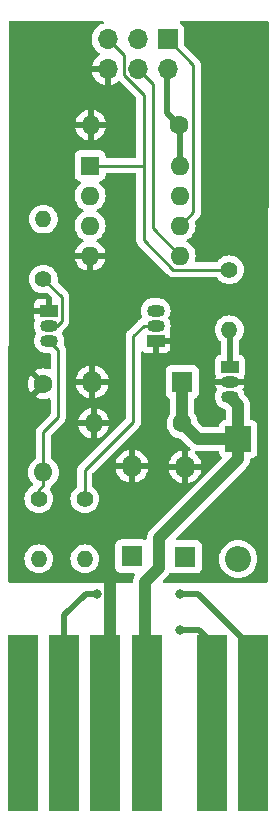
<source format=gbr>
%TF.GenerationSoftware,KiCad,Pcbnew,6.0.11+dfsg-1*%
%TF.CreationDate,2025-09-02T17:45:44-05:00*%
%TF.ProjectId,TinyFreq,54696e79-4672-4657-912e-6b696361645f,rev?*%
%TF.SameCoordinates,Original*%
%TF.FileFunction,Copper,L1,Top*%
%TF.FilePolarity,Positive*%
%FSLAX46Y46*%
G04 Gerber Fmt 4.6, Leading zero omitted, Abs format (unit mm)*
G04 Created by KiCad (PCBNEW 6.0.11+dfsg-1) date 2025-09-02 17:45:44*
%MOMM*%
%LPD*%
G01*
G04 APERTURE LIST*
%TA.AperFunction,ComponentPad*%
%ADD10C,1.600000*%
%TD*%
%TA.AperFunction,ComponentPad*%
%ADD11O,1.600000X1.600000*%
%TD*%
%TA.AperFunction,ComponentPad*%
%ADD12C,1.400000*%
%TD*%
%TA.AperFunction,ComponentPad*%
%ADD13O,1.400000X1.400000*%
%TD*%
%TA.AperFunction,ComponentPad*%
%ADD14R,1.800000X1.800000*%
%TD*%
%TA.AperFunction,ComponentPad*%
%ADD15O,1.800000X1.800000*%
%TD*%
%TA.AperFunction,ComponentPad*%
%ADD16R,1.600000X1.600000*%
%TD*%
%TA.AperFunction,ComponentPad*%
%ADD17R,1.500000X1.050000*%
%TD*%
%TA.AperFunction,ComponentPad*%
%ADD18O,1.500000X1.050000*%
%TD*%
%TA.AperFunction,ConnectorPad*%
%ADD19R,2.500000X15.000000*%
%TD*%
%TA.AperFunction,ComponentPad*%
%ADD20R,1.700000X1.700000*%
%TD*%
%TA.AperFunction,ComponentPad*%
%ADD21O,1.700000X1.700000*%
%TD*%
%TA.AperFunction,ComponentPad*%
%ADD22R,2.200000X2.200000*%
%TD*%
%TA.AperFunction,ComponentPad*%
%ADD23O,2.200000X2.200000*%
%TD*%
%TA.AperFunction,ViaPad*%
%ADD24C,0.800000*%
%TD*%
%TA.AperFunction,Conductor*%
%ADD25C,0.250000*%
%TD*%
%TA.AperFunction,Conductor*%
%ADD26C,1.000000*%
%TD*%
%TA.AperFunction,Conductor*%
%ADD27C,0.500000*%
%TD*%
G04 APERTURE END LIST*
D10*
%TO.P,C2,1*%
%TO.N,Net-(C2-Pad1)*%
X139655000Y-98580000D03*
D11*
%TO.P,C2,2*%
%TO.N,Net-(C1-Pad1)*%
X132155000Y-98580000D03*
%TD*%
D12*
%TO.P,R4,1*%
%TO.N,Net-(J2-Pad5)*%
X143655000Y-85580000D03*
D13*
%TO.P,R4,2*%
%TO.N,Net-(C3-Pad1)*%
X143655000Y-90660000D03*
%TD*%
D12*
%TO.P,R2,1*%
%TO.N,Net-(Q2-Pad2)*%
X131405000Y-104980000D03*
D13*
%TO.P,R2,2*%
%TO.N,Net-(D2-Pad1)*%
X131405000Y-110060000D03*
%TD*%
D10*
%TO.P,C1,1*%
%TO.N,Net-(C1-Pad1)*%
X127905000Y-95250000D03*
D11*
%TO.P,C1,2*%
%TO.N,Net-(C1-Pad2)*%
X127905000Y-102750000D03*
%TD*%
D14*
%TO.P,D4,1,K*%
%TO.N,Net-(C2-Pad1)*%
X139655000Y-95080000D03*
D15*
%TO.P,D4,2,A*%
%TO.N,Net-(C1-Pad1)*%
X132035000Y-95080000D03*
%TD*%
D12*
%TO.P,R1,1*%
%TO.N,Net-(C1-Pad2)*%
X127505000Y-104980000D03*
D13*
%TO.P,R1,2*%
%TO.N,Net-(D3-Pad1)*%
X127505000Y-110060000D03*
%TD*%
D16*
%TO.P,U2,1,~{RESET}/PB5*%
%TO.N,Net-(J2-Pad5)*%
X131855000Y-76780000D03*
D11*
%TO.P,U2,2,XTAL1/PB3*%
%TO.N,unconnected-(U2-Pad2)*%
X131855000Y-79320000D03*
%TO.P,U2,3,XTAL2/PB4*%
%TO.N,unconnected-(U2-Pad3)*%
X131855000Y-81860000D03*
%TO.P,U2,4,GND*%
%TO.N,Net-(C1-Pad1)*%
X131855000Y-84400000D03*
%TO.P,U2,5,AREF/PB0*%
%TO.N,Net-(J2-Pad4)*%
X139475000Y-84400000D03*
%TO.P,U2,6,PB1*%
%TO.N,Net-(J2-Pad1)*%
X139475000Y-81860000D03*
%TO.P,U2,7,PB2*%
%TO.N,Net-(J2-Pad3)*%
X139475000Y-79320000D03*
%TO.P,U2,8,VCC*%
%TO.N,Net-(C3-Pad1)*%
X139475000Y-76780000D03*
%TD*%
D17*
%TO.P,Q1,1,S*%
%TO.N,Net-(C1-Pad1)*%
X128385000Y-89060000D03*
D18*
%TO.P,Q1,2,G*%
%TO.N,Net-(Q1-Pad2)*%
X128385000Y-90330000D03*
%TO.P,Q1,3,D*%
%TO.N,Net-(C1-Pad2)*%
X128385000Y-91600000D03*
%TD*%
D14*
%TO.P,D2,1,K*%
%TO.N,Net-(D2-Pad1)*%
X135405000Y-109830000D03*
D15*
%TO.P,D2,2,A*%
%TO.N,Net-(C1-Pad1)*%
X135405000Y-102210000D03*
%TD*%
D17*
%TO.P,U1,1,VO*%
%TO.N,Net-(C3-Pad1)*%
X143685000Y-93810000D03*
D18*
%TO.P,U1,2,GND*%
%TO.N,Net-(C1-Pad1)*%
X143685000Y-95080000D03*
%TO.P,U1,3,VI*%
%TO.N,Net-(C2-Pad1)*%
X143685000Y-96350000D03*
%TD*%
D19*
%TO.P,J1,7,G*%
%TO.N,unconnected-(J1-Pad7)*%
X126155000Y-123930000D03*
%TO.P,J1,8,H*%
%TO.N,Net-(J1-Pad12)*%
X129655000Y-123930000D03*
%TO.P,J1,9,J*%
%TO.N,Net-(C1-Pad1)*%
X133155000Y-123930000D03*
%TO.P,J1,10,K*%
%TO.N,Net-(C2-Pad1)*%
X136655000Y-123930000D03*
%TO.P,J1,11,L*%
%TO.N,Net-(J1-Pad11)*%
X142155000Y-123930000D03*
%TO.P,J1,12,M*%
%TO.N,Net-(J1-Pad12)*%
X145655000Y-123930000D03*
%TD*%
D14*
%TO.P,D3,1,K*%
%TO.N,Net-(D3-Pad1)*%
X139905000Y-109890000D03*
D15*
%TO.P,D3,2,A*%
%TO.N,Net-(C1-Pad1)*%
X139905000Y-102270000D03*
%TD*%
D17*
%TO.P,Q2,1,S*%
%TO.N,Net-(C1-Pad1)*%
X137405000Y-91580000D03*
D18*
%TO.P,Q2,2,G*%
%TO.N,Net-(Q2-Pad2)*%
X137405000Y-90310000D03*
%TO.P,Q2,3,D*%
%TO.N,Net-(J2-Pad3)*%
X137405000Y-89040000D03*
%TD*%
D20*
%TO.P,J2,1,Pin_1*%
%TO.N,Net-(J2-Pad1)*%
X138430000Y-66055000D03*
D21*
%TO.P,J2,2,Pin_2*%
%TO.N,Net-(C3-Pad1)*%
X138430000Y-68595000D03*
%TO.P,J2,3,Pin_3*%
%TO.N,Net-(J2-Pad3)*%
X135890000Y-66055000D03*
%TO.P,J2,4,Pin_4*%
%TO.N,Net-(J2-Pad4)*%
X135890000Y-68595000D03*
%TO.P,J2,5,Pin_5*%
%TO.N,Net-(J2-Pad5)*%
X133350000Y-66055000D03*
%TO.P,J2,6,Pin_6*%
%TO.N,Net-(C1-Pad1)*%
X133350000Y-68595000D03*
%TD*%
D12*
%TO.P,R3,1*%
%TO.N,Net-(Q1-Pad2)*%
X127905000Y-86380000D03*
D13*
%TO.P,R3,2*%
%TO.N,Net-(J2-Pad1)*%
X127905000Y-81300000D03*
%TD*%
D22*
%TO.P,D1,1,K*%
%TO.N,Net-(C2-Pad1)*%
X144405000Y-99920000D03*
D23*
%TO.P,D1,2,A*%
%TO.N,Net-(D1-Pad2)*%
X144405000Y-110080000D03*
%TD*%
D10*
%TO.P,C3,1*%
%TO.N,Net-(C3-Pad1)*%
X139405000Y-73330000D03*
D11*
%TO.P,C3,2*%
%TO.N,Net-(C1-Pad1)*%
X131905000Y-73330000D03*
%TD*%
D24*
%TO.N,Net-(C1-Pad1)*%
X133505000Y-111430000D03*
%TO.N,Net-(J1-Pad11)*%
X139500000Y-116080000D03*
%TO.N,Net-(J1-Pad12)*%
X139485000Y-113000000D03*
X132405000Y-113000000D03*
%TD*%
D25*
%TO.N,Net-(C1-Pad1)*%
X133155000Y-116845000D02*
X133500000Y-116500000D01*
D26*
X133505000Y-123580000D02*
X133155000Y-123930000D01*
X133505000Y-111430000D02*
X133505000Y-123580000D01*
D25*
%TO.N,Net-(J2-Pad1)*%
X140600000Y-80735000D02*
X139475000Y-81860000D01*
X140600000Y-68225000D02*
X140600000Y-80735000D01*
X138430000Y-66055000D02*
X140600000Y-68225000D01*
%TO.N,Net-(J2-Pad4)*%
X137155000Y-82080000D02*
X137155000Y-69860000D01*
X137155000Y-69860000D02*
X135890000Y-68595000D01*
X139475000Y-84400000D02*
X137155000Y-82080000D01*
%TO.N,Net-(C1-Pad2)*%
X129155000Y-92370000D02*
X128385000Y-91600000D01*
X127905000Y-99330000D02*
X129155000Y-98080000D01*
X127905000Y-103830000D02*
X127500000Y-104235000D01*
X127905000Y-102750000D02*
X127905000Y-99330000D01*
X127500000Y-104235000D02*
X127500000Y-105000000D01*
X129155000Y-98080000D02*
X129155000Y-92370000D01*
X127905000Y-102750000D02*
X127905000Y-103830000D01*
%TO.N,Net-(J1-Pad11)*%
X142155000Y-117155000D02*
X142155000Y-123930000D01*
D27*
X139500000Y-116080000D02*
X141080000Y-116080000D01*
X141080000Y-116080000D02*
X142155000Y-117155000D01*
%TO.N,Net-(J1-Pad12)*%
X131500000Y-113000000D02*
X129655000Y-114845000D01*
D25*
X145655000Y-117680000D02*
X145655000Y-123930000D01*
D27*
X132405000Y-113000000D02*
X131500000Y-113000000D01*
X140975000Y-113000000D02*
X145655000Y-117680000D01*
X129655000Y-114845000D02*
X129655000Y-123930000D01*
X139485000Y-113000000D02*
X140975000Y-113000000D01*
D26*
%TO.N,Net-(C2-Pad1)*%
X137655000Y-108330000D02*
X137655000Y-110830000D01*
X139655000Y-98580000D02*
X139655000Y-95140000D01*
X140995000Y-99920000D02*
X139655000Y-98580000D01*
X136500000Y-111985000D02*
X136500000Y-123500000D01*
X144405000Y-97070000D02*
X143685000Y-96350000D01*
X144405000Y-101580000D02*
X137655000Y-108330000D01*
X144405000Y-99920000D02*
X144405000Y-97070000D01*
X139655000Y-95140000D02*
X139715000Y-95080000D01*
X144405000Y-99920000D02*
X140995000Y-99920000D01*
X144405000Y-99920000D02*
X144405000Y-101580000D01*
X137655000Y-110830000D02*
X136500000Y-111985000D01*
D27*
%TO.N,Net-(C3-Pad1)*%
X138405000Y-68620000D02*
X138430000Y-68595000D01*
X139475000Y-73400000D02*
X139405000Y-73330000D01*
X139475000Y-76780000D02*
X139475000Y-73400000D01*
X143685000Y-93810000D02*
X143685000Y-90690000D01*
D25*
X143685000Y-90690000D02*
X143655000Y-90660000D01*
D27*
X138405000Y-72330000D02*
X138405000Y-68620000D01*
X139405000Y-73330000D02*
X138405000Y-72330000D01*
D25*
%TO.N,Net-(J2-Pad5)*%
X134715000Y-69081701D02*
X134715000Y-67420000D01*
X136405000Y-76830000D02*
X136405000Y-70771700D01*
X136355000Y-76780000D02*
X136405000Y-76830000D01*
X136405000Y-70771700D02*
X134715000Y-69081701D01*
X138905000Y-85580000D02*
X136405000Y-83080000D01*
X134715000Y-67420000D02*
X133350000Y-66055000D01*
X136405000Y-83080000D02*
X136405000Y-76830000D01*
X143655000Y-85580000D02*
X138905000Y-85580000D01*
X131855000Y-76780000D02*
X136355000Y-76780000D01*
%TO.N,Net-(Q1-Pad2)*%
X129460000Y-87885000D02*
X127905000Y-86330000D01*
X129040000Y-90330000D02*
X129460000Y-89910000D01*
X129460000Y-89910000D02*
X129460000Y-87885000D01*
X128385000Y-90330000D02*
X129040000Y-90330000D01*
%TO.N,Net-(Q2-Pad2)*%
X131405000Y-102580000D02*
X135530000Y-98455000D01*
X131405000Y-104960000D02*
X131405000Y-102580000D01*
X136405000Y-90310000D02*
X135530000Y-91185000D01*
X137405000Y-90310000D02*
X136405000Y-90310000D01*
X135530000Y-91185000D02*
X135530000Y-98455000D01*
%TD*%
%TA.AperFunction,Conductor*%
%TO.N,Net-(C1-Pad1)*%
G36*
X132985631Y-64528502D02*
G01*
X133032124Y-64582158D01*
X133042228Y-64652432D01*
X133012734Y-64717012D01*
X132956655Y-64754265D01*
X132821756Y-64798357D01*
X132623607Y-64901507D01*
X132619474Y-64904610D01*
X132619471Y-64904612D01*
X132449100Y-65032530D01*
X132444965Y-65035635D01*
X132405525Y-65076907D01*
X132351280Y-65133671D01*
X132290629Y-65197138D01*
X132164743Y-65381680D01*
X132070688Y-65584305D01*
X132010989Y-65799570D01*
X131987251Y-66021695D01*
X132000110Y-66244715D01*
X132001247Y-66249761D01*
X132001248Y-66249767D01*
X132025304Y-66356508D01*
X132049222Y-66462639D01*
X132133266Y-66669616D01*
X132249987Y-66860088D01*
X132396250Y-67028938D01*
X132568126Y-67171632D01*
X132641955Y-67214774D01*
X132690679Y-67266412D01*
X132703750Y-67336195D01*
X132677019Y-67401967D01*
X132636562Y-67435327D01*
X132628457Y-67439546D01*
X132619738Y-67445036D01*
X132449433Y-67572905D01*
X132441726Y-67579748D01*
X132294590Y-67733717D01*
X132288104Y-67741727D01*
X132168098Y-67917649D01*
X132163000Y-67926623D01*
X132073338Y-68119783D01*
X132069775Y-68129470D01*
X132014389Y-68329183D01*
X132015912Y-68337607D01*
X132028292Y-68341000D01*
X133478000Y-68341000D01*
X133546121Y-68361002D01*
X133592614Y-68414658D01*
X133604000Y-68467000D01*
X133604000Y-69913517D01*
X133608064Y-69927359D01*
X133621478Y-69929393D01*
X133628184Y-69928534D01*
X133638262Y-69926392D01*
X133842255Y-69865191D01*
X133851842Y-69861433D01*
X134043095Y-69767739D01*
X134051945Y-69762464D01*
X134226541Y-69637926D01*
X134293614Y-69614652D01*
X134362623Y-69631336D01*
X134388804Y-69651410D01*
X135734595Y-70997200D01*
X135768620Y-71059512D01*
X135771500Y-71086295D01*
X135771500Y-76020500D01*
X135751498Y-76088621D01*
X135697842Y-76135114D01*
X135645500Y-76146500D01*
X133289500Y-76146500D01*
X133221379Y-76126498D01*
X133174886Y-76072842D01*
X133163500Y-76020500D01*
X133163500Y-75931866D01*
X133156745Y-75869684D01*
X133105615Y-75733295D01*
X133018261Y-75616739D01*
X132901705Y-75529385D01*
X132765316Y-75478255D01*
X132703134Y-75471500D01*
X131006866Y-75471500D01*
X130944684Y-75478255D01*
X130808295Y-75529385D01*
X130691739Y-75616739D01*
X130604385Y-75733295D01*
X130553255Y-75869684D01*
X130546500Y-75931866D01*
X130546500Y-77628134D01*
X130553255Y-77690316D01*
X130604385Y-77826705D01*
X130691739Y-77943261D01*
X130808295Y-78030615D01*
X130944684Y-78081745D01*
X130955474Y-78082917D01*
X130957606Y-78083803D01*
X130960222Y-78084425D01*
X130960121Y-78084848D01*
X131021035Y-78110155D01*
X131061463Y-78168517D01*
X131063922Y-78239471D01*
X131027629Y-78300490D01*
X131018969Y-78307489D01*
X131015207Y-78310646D01*
X131010700Y-78313802D01*
X130848802Y-78475700D01*
X130717477Y-78663251D01*
X130715154Y-78668233D01*
X130715151Y-78668238D01*
X130623039Y-78865775D01*
X130620716Y-78870757D01*
X130561457Y-79091913D01*
X130541502Y-79320000D01*
X130561457Y-79548087D01*
X130620716Y-79769243D01*
X130623039Y-79774224D01*
X130623039Y-79774225D01*
X130715151Y-79971762D01*
X130715154Y-79971767D01*
X130717477Y-79976749D01*
X130720634Y-79981257D01*
X130844826Y-80158621D01*
X130848802Y-80164300D01*
X131010700Y-80326198D01*
X131015208Y-80329355D01*
X131015211Y-80329357D01*
X131069742Y-80367540D01*
X131198251Y-80457523D01*
X131203233Y-80459846D01*
X131203238Y-80459849D01*
X131237457Y-80475805D01*
X131290742Y-80522722D01*
X131310203Y-80590999D01*
X131289661Y-80658959D01*
X131237457Y-80704195D01*
X131203238Y-80720151D01*
X131203233Y-80720154D01*
X131198251Y-80722477D01*
X131162993Y-80747165D01*
X131015211Y-80850643D01*
X131015208Y-80850645D01*
X131010700Y-80853802D01*
X130848802Y-81015700D01*
X130717477Y-81203251D01*
X130715154Y-81208233D01*
X130715151Y-81208238D01*
X130672362Y-81300000D01*
X130620716Y-81410757D01*
X130619294Y-81416065D01*
X130619293Y-81416067D01*
X130562883Y-81626591D01*
X130561457Y-81631913D01*
X130541502Y-81860000D01*
X130561457Y-82088087D01*
X130620716Y-82309243D01*
X130623039Y-82314224D01*
X130623039Y-82314225D01*
X130715151Y-82511762D01*
X130715154Y-82511767D01*
X130717477Y-82516749D01*
X130848802Y-82704300D01*
X131010700Y-82866198D01*
X131015208Y-82869355D01*
X131015211Y-82869357D01*
X131093389Y-82924098D01*
X131198251Y-82997523D01*
X131203233Y-82999846D01*
X131203238Y-82999849D01*
X131238049Y-83016081D01*
X131291334Y-83062998D01*
X131310795Y-83131275D01*
X131290253Y-83199235D01*
X131238049Y-83244471D01*
X131203489Y-83260586D01*
X131193993Y-83266069D01*
X131015533Y-83391028D01*
X131007125Y-83398084D01*
X130853084Y-83552125D01*
X130846028Y-83560533D01*
X130721069Y-83738993D01*
X130715586Y-83748489D01*
X130623510Y-83945947D01*
X130619764Y-83956239D01*
X130573606Y-84128503D01*
X130573942Y-84142599D01*
X130581884Y-84146000D01*
X133122967Y-84146000D01*
X133136498Y-84142027D01*
X133137727Y-84133478D01*
X133090236Y-83956239D01*
X133086490Y-83945947D01*
X132994414Y-83748489D01*
X132988931Y-83738993D01*
X132863972Y-83560533D01*
X132856916Y-83552125D01*
X132702875Y-83398084D01*
X132694467Y-83391028D01*
X132516007Y-83266069D01*
X132506511Y-83260586D01*
X132471951Y-83244471D01*
X132418666Y-83197554D01*
X132399205Y-83129277D01*
X132419747Y-83061317D01*
X132471951Y-83016081D01*
X132506762Y-82999849D01*
X132506767Y-82999846D01*
X132511749Y-82997523D01*
X132616611Y-82924098D01*
X132694789Y-82869357D01*
X132694792Y-82869355D01*
X132699300Y-82866198D01*
X132861198Y-82704300D01*
X132992523Y-82516749D01*
X132994846Y-82511767D01*
X132994849Y-82511762D01*
X133086961Y-82314225D01*
X133086961Y-82314224D01*
X133089284Y-82309243D01*
X133148543Y-82088087D01*
X133168498Y-81860000D01*
X133148543Y-81631913D01*
X133147117Y-81626591D01*
X133090707Y-81416067D01*
X133090706Y-81416065D01*
X133089284Y-81410757D01*
X133037638Y-81300000D01*
X132994849Y-81208238D01*
X132994846Y-81208233D01*
X132992523Y-81203251D01*
X132861198Y-81015700D01*
X132699300Y-80853802D01*
X132694792Y-80850645D01*
X132694789Y-80850643D01*
X132547007Y-80747165D01*
X132511749Y-80722477D01*
X132506767Y-80720154D01*
X132506762Y-80720151D01*
X132472543Y-80704195D01*
X132419258Y-80657278D01*
X132399797Y-80589001D01*
X132420339Y-80521041D01*
X132472543Y-80475805D01*
X132506762Y-80459849D01*
X132506767Y-80459846D01*
X132511749Y-80457523D01*
X132640258Y-80367540D01*
X132694789Y-80329357D01*
X132694792Y-80329355D01*
X132699300Y-80326198D01*
X132861198Y-80164300D01*
X132865175Y-80158621D01*
X132989366Y-79981257D01*
X132992523Y-79976749D01*
X132994846Y-79971767D01*
X132994849Y-79971762D01*
X133086961Y-79774225D01*
X133086961Y-79774224D01*
X133089284Y-79769243D01*
X133148543Y-79548087D01*
X133168498Y-79320000D01*
X133148543Y-79091913D01*
X133089284Y-78870757D01*
X133086961Y-78865775D01*
X132994849Y-78668238D01*
X132994846Y-78668233D01*
X132992523Y-78663251D01*
X132861198Y-78475700D01*
X132699300Y-78313802D01*
X132694789Y-78310643D01*
X132690576Y-78307108D01*
X132691527Y-78305974D01*
X132651529Y-78255929D01*
X132644224Y-78185310D01*
X132676258Y-78121951D01*
X132737462Y-78085970D01*
X132754517Y-78082918D01*
X132765316Y-78081745D01*
X132901705Y-78030615D01*
X133018261Y-77943261D01*
X133105615Y-77826705D01*
X133156745Y-77690316D01*
X133163500Y-77628134D01*
X133163500Y-77539500D01*
X133183502Y-77471379D01*
X133237158Y-77424886D01*
X133289500Y-77413500D01*
X135645500Y-77413500D01*
X135713621Y-77433502D01*
X135760114Y-77487158D01*
X135771500Y-77539500D01*
X135771500Y-83001233D01*
X135770973Y-83012416D01*
X135769298Y-83019909D01*
X135769547Y-83027835D01*
X135769547Y-83027836D01*
X135771438Y-83087986D01*
X135771500Y-83091945D01*
X135771500Y-83119856D01*
X135771997Y-83123790D01*
X135771997Y-83123791D01*
X135772005Y-83123856D01*
X135772938Y-83135693D01*
X135774327Y-83179889D01*
X135779978Y-83199339D01*
X135783987Y-83218700D01*
X135786526Y-83238797D01*
X135789445Y-83246168D01*
X135789445Y-83246170D01*
X135802804Y-83279912D01*
X135806649Y-83291142D01*
X135818982Y-83333593D01*
X135823015Y-83340412D01*
X135823017Y-83340417D01*
X135829293Y-83351028D01*
X135837988Y-83368776D01*
X135845448Y-83387617D01*
X135850110Y-83394033D01*
X135850110Y-83394034D01*
X135871436Y-83423387D01*
X135877952Y-83433307D01*
X135900458Y-83471362D01*
X135914779Y-83485683D01*
X135927619Y-83500716D01*
X135939528Y-83517107D01*
X135945634Y-83522158D01*
X135973605Y-83545298D01*
X135982384Y-83553288D01*
X138401348Y-85972253D01*
X138408888Y-85980539D01*
X138413000Y-85987018D01*
X138418777Y-85992443D01*
X138462651Y-86033643D01*
X138465493Y-86036398D01*
X138485230Y-86056135D01*
X138488427Y-86058615D01*
X138497447Y-86066318D01*
X138529679Y-86096586D01*
X138536625Y-86100405D01*
X138536628Y-86100407D01*
X138547434Y-86106348D01*
X138563953Y-86117199D01*
X138579959Y-86129614D01*
X138587228Y-86132759D01*
X138587232Y-86132762D01*
X138620537Y-86147174D01*
X138631187Y-86152391D01*
X138669940Y-86173695D01*
X138677615Y-86175666D01*
X138677616Y-86175666D01*
X138689562Y-86178733D01*
X138708267Y-86185137D01*
X138726855Y-86193181D01*
X138734678Y-86194420D01*
X138734688Y-86194423D01*
X138770524Y-86200099D01*
X138782144Y-86202505D01*
X138817289Y-86211528D01*
X138824970Y-86213500D01*
X138845224Y-86213500D01*
X138864934Y-86215051D01*
X138884943Y-86218220D01*
X138892835Y-86217474D01*
X138928961Y-86214059D01*
X138940819Y-86213500D01*
X142557685Y-86213500D01*
X142625806Y-86233502D01*
X142660898Y-86267230D01*
X142725699Y-86359776D01*
X142875224Y-86509301D01*
X143048442Y-86630589D01*
X143053420Y-86632910D01*
X143053423Y-86632912D01*
X143127083Y-86667260D01*
X143240090Y-86719956D01*
X143245398Y-86721378D01*
X143245400Y-86721379D01*
X143439030Y-86773262D01*
X143439032Y-86773262D01*
X143444345Y-86774686D01*
X143655000Y-86793116D01*
X143865655Y-86774686D01*
X143870968Y-86773262D01*
X143870970Y-86773262D01*
X144064600Y-86721379D01*
X144064602Y-86721378D01*
X144069910Y-86719956D01*
X144182917Y-86667260D01*
X144256577Y-86632912D01*
X144256580Y-86632910D01*
X144261558Y-86630589D01*
X144434776Y-86509301D01*
X144584301Y-86359776D01*
X144705589Y-86186558D01*
X144711061Y-86174825D01*
X144792633Y-85999892D01*
X144792634Y-85999891D01*
X144794956Y-85994910D01*
X144801524Y-85970400D01*
X144848262Y-85795970D01*
X144848262Y-85795968D01*
X144849686Y-85790655D01*
X144868116Y-85580000D01*
X144849686Y-85369345D01*
X144794956Y-85165090D01*
X144792633Y-85160108D01*
X144707912Y-84978423D01*
X144707910Y-84978420D01*
X144705589Y-84973442D01*
X144584301Y-84800224D01*
X144434776Y-84650699D01*
X144261558Y-84529411D01*
X144256580Y-84527090D01*
X144256577Y-84527088D01*
X144074892Y-84442367D01*
X144074891Y-84442366D01*
X144069910Y-84440044D01*
X144064602Y-84438622D01*
X144064600Y-84438621D01*
X143870970Y-84386738D01*
X143870968Y-84386738D01*
X143865655Y-84385314D01*
X143655000Y-84366884D01*
X143444345Y-84385314D01*
X143439032Y-84386738D01*
X143439030Y-84386738D01*
X143245400Y-84438621D01*
X143245398Y-84438622D01*
X143240090Y-84440044D01*
X143235109Y-84442366D01*
X143235108Y-84442367D01*
X143053423Y-84527088D01*
X143053420Y-84527090D01*
X143048442Y-84529411D01*
X142875224Y-84650699D01*
X142725699Y-84800224D01*
X142722540Y-84804736D01*
X142660898Y-84892770D01*
X142605441Y-84937099D01*
X142557685Y-84946500D01*
X140847431Y-84946500D01*
X140779310Y-84926498D01*
X140732817Y-84872842D01*
X140722713Y-84802568D01*
X140725724Y-84787889D01*
X140767119Y-84633402D01*
X140767119Y-84633400D01*
X140768543Y-84628087D01*
X140788498Y-84400000D01*
X140768543Y-84171913D01*
X140709284Y-83950757D01*
X140614966Y-83748489D01*
X140614849Y-83748238D01*
X140614846Y-83748233D01*
X140612523Y-83743251D01*
X140481198Y-83555700D01*
X140319300Y-83393802D01*
X140314792Y-83390645D01*
X140314789Y-83390643D01*
X140222445Y-83325983D01*
X140131749Y-83262477D01*
X140126767Y-83260154D01*
X140126762Y-83260151D01*
X140092543Y-83244195D01*
X140039258Y-83197278D01*
X140019797Y-83129001D01*
X140040339Y-83061041D01*
X140092543Y-83015805D01*
X140126762Y-82999849D01*
X140126767Y-82999846D01*
X140131749Y-82997523D01*
X140236611Y-82924098D01*
X140314789Y-82869357D01*
X140314792Y-82869355D01*
X140319300Y-82866198D01*
X140481198Y-82704300D01*
X140612523Y-82516749D01*
X140614846Y-82511767D01*
X140614849Y-82511762D01*
X140706961Y-82314225D01*
X140706961Y-82314224D01*
X140709284Y-82309243D01*
X140768543Y-82088087D01*
X140788498Y-81860000D01*
X140768543Y-81631913D01*
X140767119Y-81626598D01*
X140767118Y-81626591D01*
X140751541Y-81568459D01*
X140753230Y-81497483D01*
X140784152Y-81446752D01*
X140992247Y-81238657D01*
X141000537Y-81231113D01*
X141007018Y-81227000D01*
X141053659Y-81177332D01*
X141056413Y-81174491D01*
X141076134Y-81154770D01*
X141078612Y-81151575D01*
X141086318Y-81142553D01*
X141111158Y-81116101D01*
X141116586Y-81110321D01*
X141126346Y-81092568D01*
X141137199Y-81076045D01*
X141144753Y-81066306D01*
X141149613Y-81060041D01*
X141167176Y-81019457D01*
X141172383Y-81008827D01*
X141193695Y-80970060D01*
X141195666Y-80962383D01*
X141195668Y-80962378D01*
X141198732Y-80950442D01*
X141205138Y-80931730D01*
X141210033Y-80920419D01*
X141213181Y-80913145D01*
X141214421Y-80905317D01*
X141214423Y-80905310D01*
X141220099Y-80869476D01*
X141222505Y-80857856D01*
X141231528Y-80822711D01*
X141231528Y-80822710D01*
X141233500Y-80815030D01*
X141233500Y-80794776D01*
X141235051Y-80775065D01*
X141236980Y-80762886D01*
X141238220Y-80755057D01*
X141234059Y-80711038D01*
X141233500Y-80699181D01*
X141233500Y-68303763D01*
X141234027Y-68292579D01*
X141235701Y-68285091D01*
X141233562Y-68217032D01*
X141233500Y-68213075D01*
X141233500Y-68185144D01*
X141232994Y-68181138D01*
X141232061Y-68169292D01*
X141230922Y-68133037D01*
X141230673Y-68125110D01*
X141225022Y-68105658D01*
X141221014Y-68086306D01*
X141219468Y-68074068D01*
X141219467Y-68074066D01*
X141218474Y-68066203D01*
X141202194Y-68025086D01*
X141198359Y-68013885D01*
X141186018Y-67971406D01*
X141181985Y-67964587D01*
X141181983Y-67964582D01*
X141175707Y-67953971D01*
X141167010Y-67936221D01*
X141159552Y-67917383D01*
X141133571Y-67881623D01*
X141127053Y-67871701D01*
X141108578Y-67840460D01*
X141108574Y-67840455D01*
X141104542Y-67833637D01*
X141090218Y-67819313D01*
X141077376Y-67804278D01*
X141065472Y-67787893D01*
X141031406Y-67759711D01*
X141022627Y-67751722D01*
X139825405Y-66554500D01*
X139791379Y-66492188D01*
X139788500Y-66465405D01*
X139788500Y-65156866D01*
X139781745Y-65094684D01*
X139730615Y-64958295D01*
X139643261Y-64841739D01*
X139526705Y-64754385D01*
X139518297Y-64751233D01*
X139510425Y-64746923D01*
X139511534Y-64744898D01*
X139464864Y-64709839D01*
X139440165Y-64643277D01*
X139455373Y-64573928D01*
X139505660Y-64523811D01*
X139565859Y-64508500D01*
X146864245Y-64508500D01*
X146932366Y-64528502D01*
X146978859Y-64582158D01*
X146990245Y-64634747D01*
X146927567Y-96355975D01*
X146896747Y-111954249D01*
X146876610Y-112022330D01*
X146822863Y-112068717D01*
X146770747Y-112080000D01*
X138135426Y-112080000D01*
X138067305Y-112059998D01*
X138020812Y-112006342D01*
X138010708Y-111936068D01*
X138040202Y-111871488D01*
X138046330Y-111864905D01*
X138324383Y-111586851D01*
X138334527Y-111577749D01*
X138359218Y-111557897D01*
X138364025Y-111554032D01*
X138396292Y-111515578D01*
X138399472Y-111511931D01*
X138401115Y-111510119D01*
X138403309Y-111507925D01*
X138430642Y-111474651D01*
X138431348Y-111473800D01*
X138475434Y-111421261D01*
X138491154Y-111402526D01*
X138493722Y-111397856D01*
X138497103Y-111393739D01*
X138541015Y-111311842D01*
X138541624Y-111310720D01*
X138562252Y-111273198D01*
X138612598Y-111223139D01*
X138682015Y-111208246D01*
X138743112Y-111231154D01*
X138743240Y-111230921D01*
X138744868Y-111231812D01*
X138748233Y-111233074D01*
X138758295Y-111240615D01*
X138894684Y-111291745D01*
X138956866Y-111298500D01*
X140853134Y-111298500D01*
X140915316Y-111291745D01*
X141051705Y-111240615D01*
X141168261Y-111153261D01*
X141255615Y-111036705D01*
X141306745Y-110900316D01*
X141313500Y-110838134D01*
X141313500Y-110080000D01*
X142791526Y-110080000D01*
X142811391Y-110332403D01*
X142870495Y-110578591D01*
X142967384Y-110812502D01*
X143099672Y-111028376D01*
X143264102Y-111220898D01*
X143456624Y-111385328D01*
X143672498Y-111517616D01*
X143677068Y-111519509D01*
X143677072Y-111519511D01*
X143901836Y-111612611D01*
X143906409Y-111614505D01*
X143991032Y-111634821D01*
X144147784Y-111672454D01*
X144147790Y-111672455D01*
X144152597Y-111673609D01*
X144405000Y-111693474D01*
X144657403Y-111673609D01*
X144662210Y-111672455D01*
X144662216Y-111672454D01*
X144818968Y-111634821D01*
X144903591Y-111614505D01*
X144908164Y-111612611D01*
X145132928Y-111519511D01*
X145132932Y-111519509D01*
X145137502Y-111517616D01*
X145353376Y-111385328D01*
X145545898Y-111220898D01*
X145710328Y-111028376D01*
X145842616Y-110812502D01*
X145939505Y-110578591D01*
X145998609Y-110332403D01*
X146018474Y-110080000D01*
X145998609Y-109827597D01*
X145939505Y-109581409D01*
X145888563Y-109458423D01*
X145844511Y-109352072D01*
X145844509Y-109352068D01*
X145842616Y-109347498D01*
X145710328Y-109131624D01*
X145545898Y-108939102D01*
X145353376Y-108774672D01*
X145137502Y-108642384D01*
X145132932Y-108640491D01*
X145132928Y-108640489D01*
X144908164Y-108547389D01*
X144908162Y-108547388D01*
X144903591Y-108545495D01*
X144818968Y-108525179D01*
X144662216Y-108487546D01*
X144662210Y-108487545D01*
X144657403Y-108486391D01*
X144405000Y-108466526D01*
X144152597Y-108486391D01*
X144147790Y-108487545D01*
X144147784Y-108487546D01*
X143991032Y-108525179D01*
X143906409Y-108545495D01*
X143901838Y-108547388D01*
X143901836Y-108547389D01*
X143677072Y-108640489D01*
X143677068Y-108640491D01*
X143672498Y-108642384D01*
X143456624Y-108774672D01*
X143264102Y-108939102D01*
X143099672Y-109131624D01*
X142967384Y-109347498D01*
X142965491Y-109352068D01*
X142965489Y-109352072D01*
X142921437Y-109458423D01*
X142870495Y-109581409D01*
X142811391Y-109827597D01*
X142791526Y-110080000D01*
X141313500Y-110080000D01*
X141313500Y-108941866D01*
X141306745Y-108879684D01*
X141255615Y-108743295D01*
X141168261Y-108626739D01*
X141051705Y-108539385D01*
X140915316Y-108488255D01*
X140853134Y-108481500D01*
X139233925Y-108481500D01*
X139165804Y-108461498D01*
X139119311Y-108407842D01*
X139109207Y-108337568D01*
X139138701Y-108272988D01*
X139144830Y-108266405D01*
X145074384Y-102336851D01*
X145084527Y-102327749D01*
X145109218Y-102307897D01*
X145114025Y-102304032D01*
X145146315Y-102265550D01*
X145149467Y-102261938D01*
X145151123Y-102260112D01*
X145153310Y-102257925D01*
X145155272Y-102255537D01*
X145180576Y-102224732D01*
X145181418Y-102223717D01*
X145202242Y-102198900D01*
X145241154Y-102152526D01*
X145243723Y-102147853D01*
X145247103Y-102143738D01*
X145271501Y-102098238D01*
X145291028Y-102061820D01*
X145291657Y-102060662D01*
X145333465Y-101984612D01*
X145333465Y-101984611D01*
X145336433Y-101979213D01*
X145338044Y-101974135D01*
X145340563Y-101969437D01*
X145367753Y-101880502D01*
X145368136Y-101879272D01*
X145394371Y-101796570D01*
X145396235Y-101790694D01*
X145396828Y-101785403D01*
X145398388Y-101780302D01*
X145407795Y-101687689D01*
X145407915Y-101686569D01*
X145413087Y-101640455D01*
X145440558Y-101574988D01*
X145499062Y-101534766D01*
X145538302Y-101528500D01*
X145553134Y-101528500D01*
X145615316Y-101521745D01*
X145751705Y-101470615D01*
X145868261Y-101383261D01*
X145955615Y-101266705D01*
X146006745Y-101130316D01*
X146013500Y-101068134D01*
X146013500Y-98771866D01*
X146006745Y-98709684D01*
X145955615Y-98573295D01*
X145868261Y-98456739D01*
X145751705Y-98369385D01*
X145615316Y-98318255D01*
X145553134Y-98311500D01*
X145539500Y-98311500D01*
X145471379Y-98291498D01*
X145424886Y-98237842D01*
X145413500Y-98185500D01*
X145413500Y-97131843D01*
X145414237Y-97118236D01*
X145417659Y-97086738D01*
X145417659Y-97086733D01*
X145418324Y-97080612D01*
X145413950Y-97030612D01*
X145413621Y-97025786D01*
X145413500Y-97023314D01*
X145413500Y-97020231D01*
X145412326Y-97008262D01*
X145409310Y-96977494D01*
X145409188Y-96976181D01*
X145401623Y-96889718D01*
X145401087Y-96883587D01*
X145399600Y-96878468D01*
X145399080Y-96873167D01*
X145372209Y-96784166D01*
X145371874Y-96783033D01*
X145347630Y-96699586D01*
X145347628Y-96699582D01*
X145345909Y-96693664D01*
X145343456Y-96688932D01*
X145341916Y-96683831D01*
X145339022Y-96678388D01*
X145298269Y-96601740D01*
X145297657Y-96600574D01*
X145257729Y-96523547D01*
X145254892Y-96518074D01*
X145251569Y-96513911D01*
X145249066Y-96509204D01*
X145204973Y-96455140D01*
X145190261Y-96437102D01*
X145189433Y-96436075D01*
X145160469Y-96399792D01*
X145160464Y-96399787D01*
X145158262Y-96397028D01*
X145155761Y-96394527D01*
X145155119Y-96393809D01*
X145151406Y-96389461D01*
X145143642Y-96379941D01*
X145124065Y-96355938D01*
X145119323Y-96352015D01*
X145119321Y-96352013D01*
X145088727Y-96326703D01*
X145079947Y-96318713D01*
X144958435Y-96197201D01*
X144926657Y-96143681D01*
X144874624Y-95966889D01*
X144874619Y-95966878D01*
X144872881Y-95960971D01*
X144870027Y-95955511D01*
X144781838Y-95786819D01*
X144781835Y-95786815D01*
X144778981Y-95781355D01*
X144778779Y-95781103D01*
X144758799Y-95715088D01*
X144773959Y-95654115D01*
X144863962Y-95487658D01*
X144868714Y-95476353D01*
X144907422Y-95351308D01*
X144907628Y-95337205D01*
X144900873Y-95334000D01*
X144131242Y-95334000D01*
X144117197Y-95333215D01*
X144102799Y-95331600D01*
X143968183Y-95316500D01*
X143408996Y-95316500D01*
X143258287Y-95331277D01*
X143255998Y-95331968D01*
X143235276Y-95334000D01*
X142476014Y-95334000D01*
X142462483Y-95337973D01*
X142461363Y-95345768D01*
X142495846Y-95462932D01*
X142500439Y-95474300D01*
X142588584Y-95642907D01*
X142590597Y-95645983D01*
X142591154Y-95647822D01*
X142591440Y-95648370D01*
X142591336Y-95648424D01*
X142611161Y-95713936D01*
X142596001Y-95774906D01*
X142502644Y-95947565D01*
X142442710Y-96141180D01*
X142442066Y-96147305D01*
X142442066Y-96147306D01*
X142423211Y-96326703D01*
X142421524Y-96342750D01*
X142422083Y-96348890D01*
X142434492Y-96485236D01*
X142439894Y-96544596D01*
X142441632Y-96550502D01*
X142441633Y-96550506D01*
X142480873Y-96683831D01*
X142497119Y-96739029D01*
X142499972Y-96744486D01*
X142499973Y-96744489D01*
X142520784Y-96784296D01*
X142591019Y-96918645D01*
X142718019Y-97076601D01*
X142873281Y-97206881D01*
X142878673Y-97209845D01*
X142878677Y-97209848D01*
X143037703Y-97297273D01*
X143050891Y-97304523D01*
X143056764Y-97306386D01*
X143238210Y-97363944D01*
X143238213Y-97363945D01*
X143244084Y-97365807D01*
X143246610Y-97366090D01*
X143308412Y-97399647D01*
X143359595Y-97450829D01*
X143393620Y-97513141D01*
X143396500Y-97539925D01*
X143396500Y-98185500D01*
X143376498Y-98253621D01*
X143322842Y-98300114D01*
X143270500Y-98311500D01*
X143256866Y-98311500D01*
X143194684Y-98318255D01*
X143058295Y-98369385D01*
X142941739Y-98456739D01*
X142854385Y-98573295D01*
X142803255Y-98709684D01*
X142796500Y-98771866D01*
X142796500Y-98785500D01*
X142776498Y-98853621D01*
X142722842Y-98900114D01*
X142670500Y-98911500D01*
X141464926Y-98911500D01*
X141396805Y-98891498D01*
X141375831Y-98874596D01*
X140990118Y-98488884D01*
X140956093Y-98426571D01*
X140953692Y-98410769D01*
X140950543Y-98374771D01*
X140948543Y-98351913D01*
X140895003Y-98152101D01*
X140890707Y-98136067D01*
X140890706Y-98136065D01*
X140889284Y-98130757D01*
X140878619Y-98107886D01*
X140794849Y-97928238D01*
X140794846Y-97928233D01*
X140792523Y-97923251D01*
X140686287Y-97771531D01*
X140663500Y-97699260D01*
X140663500Y-96569754D01*
X140683502Y-96501633D01*
X140737158Y-96455140D01*
X140745270Y-96451772D01*
X140793297Y-96433767D01*
X140801705Y-96430615D01*
X140918261Y-96343261D01*
X141005615Y-96226705D01*
X141056745Y-96090316D01*
X141063500Y-96028134D01*
X141063500Y-94383134D01*
X142426500Y-94383134D01*
X142433255Y-94445316D01*
X142436029Y-94452715D01*
X142481234Y-94573299D01*
X142484385Y-94581705D01*
X142489768Y-94588888D01*
X142490242Y-94589753D01*
X142505411Y-94659110D01*
X142500087Y-94687522D01*
X142462578Y-94808693D01*
X142462372Y-94822795D01*
X142469127Y-94826000D01*
X142773180Y-94826000D01*
X142809495Y-94832584D01*
X142809600Y-94832144D01*
X142817284Y-94833971D01*
X142824684Y-94836745D01*
X142886866Y-94843500D01*
X144483134Y-94843500D01*
X144545316Y-94836745D01*
X144552716Y-94833971D01*
X144560400Y-94832144D01*
X144560505Y-94832584D01*
X144596820Y-94826000D01*
X144893986Y-94826000D01*
X144907517Y-94822027D01*
X144908637Y-94814232D01*
X144874154Y-94697067D01*
X144873949Y-94696560D01*
X144873921Y-94696276D01*
X144872415Y-94691159D01*
X144873388Y-94690873D01*
X144866975Y-94625906D01*
X144880246Y-94588869D01*
X144885615Y-94581705D01*
X144936745Y-94445316D01*
X144943500Y-94383134D01*
X144943500Y-93236866D01*
X144936745Y-93174684D01*
X144885615Y-93038295D01*
X144798261Y-92921739D01*
X144681705Y-92834385D01*
X144667022Y-92828880D01*
X144552714Y-92786028D01*
X144552711Y-92786027D01*
X144545316Y-92783255D01*
X144539547Y-92782628D01*
X144478709Y-92747874D01*
X144445887Y-92684919D01*
X144443500Y-92660507D01*
X144443500Y-91632767D01*
X144463502Y-91564646D01*
X144480405Y-91543672D01*
X144584301Y-91439776D01*
X144705589Y-91266558D01*
X144726918Y-91220819D01*
X144792633Y-91079892D01*
X144792634Y-91079891D01*
X144794956Y-91074910D01*
X144806632Y-91031337D01*
X144848262Y-90875970D01*
X144848262Y-90875968D01*
X144849686Y-90870655D01*
X144868116Y-90660000D01*
X144849686Y-90449345D01*
X144848262Y-90444030D01*
X144796379Y-90250400D01*
X144796378Y-90250398D01*
X144794956Y-90245090D01*
X144744732Y-90137384D01*
X144707912Y-90058423D01*
X144707910Y-90058420D01*
X144705589Y-90053442D01*
X144584301Y-89880224D01*
X144434776Y-89730699D01*
X144261558Y-89609411D01*
X144256580Y-89607090D01*
X144256577Y-89607088D01*
X144074892Y-89522367D01*
X144074891Y-89522366D01*
X144069910Y-89520044D01*
X144064602Y-89518622D01*
X144064600Y-89518621D01*
X143870970Y-89466738D01*
X143870968Y-89466738D01*
X143865655Y-89465314D01*
X143655000Y-89446884D01*
X143444345Y-89465314D01*
X143439032Y-89466738D01*
X143439030Y-89466738D01*
X143245400Y-89518621D01*
X143245398Y-89518622D01*
X143240090Y-89520044D01*
X143235109Y-89522366D01*
X143235108Y-89522367D01*
X143053423Y-89607088D01*
X143053420Y-89607090D01*
X143048442Y-89609411D01*
X142875224Y-89730699D01*
X142725699Y-89880224D01*
X142604411Y-90053442D01*
X142602090Y-90058420D01*
X142602088Y-90058423D01*
X142565268Y-90137384D01*
X142515044Y-90245090D01*
X142513622Y-90250398D01*
X142513621Y-90250400D01*
X142461738Y-90444030D01*
X142460314Y-90449345D01*
X142441884Y-90660000D01*
X142460314Y-90870655D01*
X142461738Y-90875968D01*
X142461738Y-90875970D01*
X142503369Y-91031337D01*
X142515044Y-91074910D01*
X142517366Y-91079891D01*
X142517367Y-91079892D01*
X142583083Y-91220819D01*
X142604411Y-91266558D01*
X142725699Y-91439776D01*
X142875224Y-91589301D01*
X142879724Y-91592452D01*
X142881496Y-91593939D01*
X142920820Y-91653050D01*
X142926500Y-91690456D01*
X142926500Y-92660507D01*
X142906498Y-92728628D01*
X142852842Y-92775121D01*
X142831237Y-92782543D01*
X142824684Y-92783255D01*
X142817289Y-92786027D01*
X142817286Y-92786028D01*
X142702978Y-92828880D01*
X142688295Y-92834385D01*
X142571739Y-92921739D01*
X142484385Y-93038295D01*
X142433255Y-93174684D01*
X142426500Y-93236866D01*
X142426500Y-94383134D01*
X141063500Y-94383134D01*
X141063500Y-94131866D01*
X141056745Y-94069684D01*
X141005615Y-93933295D01*
X140918261Y-93816739D01*
X140801705Y-93729385D01*
X140665316Y-93678255D01*
X140603134Y-93671500D01*
X138706866Y-93671500D01*
X138644684Y-93678255D01*
X138508295Y-93729385D01*
X138391739Y-93816739D01*
X138304385Y-93933295D01*
X138253255Y-94069684D01*
X138246500Y-94131866D01*
X138246500Y-96028134D01*
X138253255Y-96090316D01*
X138304385Y-96226705D01*
X138391739Y-96343261D01*
X138508295Y-96430615D01*
X138516703Y-96433767D01*
X138564730Y-96451772D01*
X138621495Y-96494414D01*
X138646194Y-96560976D01*
X138646500Y-96569754D01*
X138646500Y-97699260D01*
X138623713Y-97771531D01*
X138517477Y-97923251D01*
X138515154Y-97928233D01*
X138515151Y-97928238D01*
X138431381Y-98107886D01*
X138420716Y-98130757D01*
X138419294Y-98136065D01*
X138419293Y-98136067D01*
X138371756Y-98313478D01*
X138361457Y-98351913D01*
X138341502Y-98580000D01*
X138361457Y-98808087D01*
X138362881Y-98813400D01*
X138362881Y-98813402D01*
X138407821Y-98981117D01*
X138420716Y-99029243D01*
X138423039Y-99034224D01*
X138423039Y-99034225D01*
X138515151Y-99231762D01*
X138515154Y-99231767D01*
X138517477Y-99236749D01*
X138648802Y-99424300D01*
X138810700Y-99586198D01*
X138815208Y-99589355D01*
X138815211Y-99589357D01*
X138819563Y-99592404D01*
X138998251Y-99717523D01*
X139003233Y-99719846D01*
X139003238Y-99719849D01*
X139199765Y-99811490D01*
X139205757Y-99814284D01*
X139211065Y-99815706D01*
X139211067Y-99815707D01*
X139279141Y-99833947D01*
X139426913Y-99873543D01*
X139485771Y-99878692D01*
X139551888Y-99904555D01*
X139563884Y-99915118D01*
X140238145Y-100589379D01*
X140247247Y-100599522D01*
X140270968Y-100629025D01*
X140275696Y-100632992D01*
X140309421Y-100661291D01*
X140313069Y-100664472D01*
X140314883Y-100666117D01*
X140317075Y-100668309D01*
X140319464Y-100670272D01*
X140319468Y-100670275D01*
X140325258Y-100675031D01*
X140365198Y-100733727D01*
X140367064Y-100804699D01*
X140330264Y-100865414D01*
X140266481Y-100896594D01*
X140223180Y-100896438D01*
X140176834Y-100888182D01*
X140163541Y-100889641D01*
X140159000Y-100904199D01*
X140159000Y-101997885D01*
X140163475Y-102013124D01*
X140164865Y-102014329D01*
X140172548Y-102016000D01*
X141274900Y-102016000D01*
X141288431Y-102012027D01*
X141289736Y-102002947D01*
X141243710Y-101819708D01*
X141240389Y-101809953D01*
X141152193Y-101607118D01*
X141147315Y-101598020D01*
X141027177Y-101412315D01*
X141020885Y-101404144D01*
X140872023Y-101240547D01*
X140864490Y-101233521D01*
X140748848Y-101142193D01*
X140707785Y-101084276D01*
X140704553Y-101013353D01*
X140740178Y-100951941D01*
X140803350Y-100919539D01*
X140839672Y-100917956D01*
X140867940Y-100920827D01*
X140887237Y-100922787D01*
X140888395Y-100922911D01*
X140922008Y-100926681D01*
X140934730Y-100928108D01*
X140934734Y-100928108D01*
X140938227Y-100928500D01*
X140941754Y-100928500D01*
X140942739Y-100928555D01*
X140948419Y-100929002D01*
X140977825Y-100931989D01*
X140985337Y-100932752D01*
X140985339Y-100932752D01*
X140991462Y-100933374D01*
X141037108Y-100929059D01*
X141048967Y-100928500D01*
X142670500Y-100928500D01*
X142738621Y-100948502D01*
X142785114Y-101002158D01*
X142796500Y-101054500D01*
X142796500Y-101068134D01*
X142803255Y-101130316D01*
X142854385Y-101266705D01*
X142941739Y-101383261D01*
X142948919Y-101388642D01*
X142948921Y-101388644D01*
X142959068Y-101396249D01*
X143001583Y-101453109D01*
X143006607Y-101523927D01*
X142972597Y-101586169D01*
X136985621Y-107573145D01*
X136975478Y-107582247D01*
X136945975Y-107605968D01*
X136942008Y-107610696D01*
X136913709Y-107644421D01*
X136910528Y-107648069D01*
X136908885Y-107649881D01*
X136906691Y-107652075D01*
X136879358Y-107685349D01*
X136878696Y-107686147D01*
X136818846Y-107757474D01*
X136816278Y-107762144D01*
X136812897Y-107766261D01*
X136781860Y-107824145D01*
X136769023Y-107848086D01*
X136768394Y-107849245D01*
X136726538Y-107925381D01*
X136726535Y-107925389D01*
X136723567Y-107930787D01*
X136721955Y-107935869D01*
X136719438Y-107940563D01*
X136692238Y-108029531D01*
X136691918Y-108030559D01*
X136663765Y-108119306D01*
X136663171Y-108124602D01*
X136661613Y-108129698D01*
X136660990Y-108135834D01*
X136652218Y-108222187D01*
X136652089Y-108223393D01*
X136646500Y-108273227D01*
X136646500Y-108276754D01*
X136646445Y-108277739D01*
X136645998Y-108283419D01*
X136641626Y-108326462D01*
X136642160Y-108332114D01*
X136621969Y-108400005D01*
X136568151Y-108446310D01*
X136497843Y-108456169D01*
X136471980Y-108449497D01*
X136422718Y-108431029D01*
X136422712Y-108431027D01*
X136415316Y-108428255D01*
X136353134Y-108421500D01*
X134456866Y-108421500D01*
X134394684Y-108428255D01*
X134258295Y-108479385D01*
X134141739Y-108566739D01*
X134054385Y-108683295D01*
X134003255Y-108819684D01*
X133996500Y-108881866D01*
X133996500Y-110778134D01*
X134003255Y-110840316D01*
X134054385Y-110976705D01*
X134141739Y-111093261D01*
X134258295Y-111180615D01*
X134394684Y-111231745D01*
X134456866Y-111238500D01*
X135545362Y-111238500D01*
X135613483Y-111258502D01*
X135659976Y-111312158D01*
X135670080Y-111382432D01*
X135656408Y-111424038D01*
X135613968Y-111503190D01*
X135613394Y-111504245D01*
X135571538Y-111580381D01*
X135571535Y-111580389D01*
X135568567Y-111585787D01*
X135566955Y-111590869D01*
X135564438Y-111595563D01*
X135537238Y-111684531D01*
X135536918Y-111685559D01*
X135508765Y-111774306D01*
X135508171Y-111779602D01*
X135506613Y-111784698D01*
X135498466Y-111864905D01*
X135497218Y-111877187D01*
X135497089Y-111878393D01*
X135491500Y-111928227D01*
X135491500Y-111931754D01*
X135491445Y-111932739D01*
X135490999Y-111938416D01*
X135488122Y-111966736D01*
X135461337Y-112032486D01*
X135403256Y-112073317D01*
X135362767Y-112080000D01*
X125039750Y-112080000D01*
X124971629Y-112059998D01*
X124925136Y-112006342D01*
X124913751Y-111953754D01*
X124917493Y-110060000D01*
X126291884Y-110060000D01*
X126310314Y-110270655D01*
X126365044Y-110474910D01*
X126367366Y-110479891D01*
X126367367Y-110479892D01*
X126415524Y-110583164D01*
X126454411Y-110666558D01*
X126575699Y-110839776D01*
X126725224Y-110989301D01*
X126898442Y-111110589D01*
X126903420Y-111112910D01*
X126903423Y-111112912D01*
X127085108Y-111197633D01*
X127090090Y-111199956D01*
X127095398Y-111201378D01*
X127095400Y-111201379D01*
X127289030Y-111253262D01*
X127289032Y-111253262D01*
X127294345Y-111254686D01*
X127505000Y-111273116D01*
X127715655Y-111254686D01*
X127720968Y-111253262D01*
X127720970Y-111253262D01*
X127914600Y-111201379D01*
X127914602Y-111201378D01*
X127919910Y-111199956D01*
X127924892Y-111197633D01*
X128106577Y-111112912D01*
X128106580Y-111112910D01*
X128111558Y-111110589D01*
X128284776Y-110989301D01*
X128434301Y-110839776D01*
X128555589Y-110666558D01*
X128594477Y-110583164D01*
X128642633Y-110479892D01*
X128642634Y-110479891D01*
X128644956Y-110474910D01*
X128699686Y-110270655D01*
X128718116Y-110060000D01*
X130191884Y-110060000D01*
X130210314Y-110270655D01*
X130265044Y-110474910D01*
X130267366Y-110479891D01*
X130267367Y-110479892D01*
X130315524Y-110583164D01*
X130354411Y-110666558D01*
X130475699Y-110839776D01*
X130625224Y-110989301D01*
X130798442Y-111110589D01*
X130803420Y-111112910D01*
X130803423Y-111112912D01*
X130985108Y-111197633D01*
X130990090Y-111199956D01*
X130995398Y-111201378D01*
X130995400Y-111201379D01*
X131189030Y-111253262D01*
X131189032Y-111253262D01*
X131194345Y-111254686D01*
X131405000Y-111273116D01*
X131615655Y-111254686D01*
X131620968Y-111253262D01*
X131620970Y-111253262D01*
X131814600Y-111201379D01*
X131814602Y-111201378D01*
X131819910Y-111199956D01*
X131824892Y-111197633D01*
X132006577Y-111112912D01*
X132006580Y-111112910D01*
X132011558Y-111110589D01*
X132184776Y-110989301D01*
X132334301Y-110839776D01*
X132455589Y-110666558D01*
X132494477Y-110583164D01*
X132542633Y-110479892D01*
X132542634Y-110479891D01*
X132544956Y-110474910D01*
X132599686Y-110270655D01*
X132618116Y-110060000D01*
X132599686Y-109849345D01*
X132544956Y-109645090D01*
X132455589Y-109453442D01*
X132334301Y-109280224D01*
X132184776Y-109130699D01*
X132011558Y-109009411D01*
X132006580Y-109007090D01*
X132006577Y-109007088D01*
X131824892Y-108922367D01*
X131824891Y-108922366D01*
X131819910Y-108920044D01*
X131814602Y-108918622D01*
X131814600Y-108918621D01*
X131620970Y-108866738D01*
X131620968Y-108866738D01*
X131615655Y-108865314D01*
X131405000Y-108846884D01*
X131194345Y-108865314D01*
X131189032Y-108866738D01*
X131189030Y-108866738D01*
X130995400Y-108918621D01*
X130995398Y-108918622D01*
X130990090Y-108920044D01*
X130985109Y-108922366D01*
X130985108Y-108922367D01*
X130803423Y-109007088D01*
X130803420Y-109007090D01*
X130798442Y-109009411D01*
X130625224Y-109130699D01*
X130475699Y-109280224D01*
X130354411Y-109453442D01*
X130265044Y-109645090D01*
X130210314Y-109849345D01*
X130191884Y-110060000D01*
X128718116Y-110060000D01*
X128699686Y-109849345D01*
X128644956Y-109645090D01*
X128555589Y-109453442D01*
X128434301Y-109280224D01*
X128284776Y-109130699D01*
X128111558Y-109009411D01*
X128106580Y-109007090D01*
X128106577Y-109007088D01*
X127924892Y-108922367D01*
X127924891Y-108922366D01*
X127919910Y-108920044D01*
X127914602Y-108918622D01*
X127914600Y-108918621D01*
X127720970Y-108866738D01*
X127720968Y-108866738D01*
X127715655Y-108865314D01*
X127505000Y-108846884D01*
X127294345Y-108865314D01*
X127289032Y-108866738D01*
X127289030Y-108866738D01*
X127095400Y-108918621D01*
X127095398Y-108918622D01*
X127090090Y-108920044D01*
X127085109Y-108922366D01*
X127085108Y-108922367D01*
X126903423Y-109007088D01*
X126903420Y-109007090D01*
X126898442Y-109009411D01*
X126725224Y-109130699D01*
X126575699Y-109280224D01*
X126454411Y-109453442D01*
X126365044Y-109645090D01*
X126310314Y-109849345D01*
X126291884Y-110060000D01*
X124917493Y-110060000D01*
X124927530Y-104980000D01*
X126291884Y-104980000D01*
X126310314Y-105190655D01*
X126365044Y-105394910D01*
X126454411Y-105586558D01*
X126575699Y-105759776D01*
X126725224Y-105909301D01*
X126898442Y-106030589D01*
X126903420Y-106032910D01*
X126903423Y-106032912D01*
X127085108Y-106117633D01*
X127090090Y-106119956D01*
X127095398Y-106121378D01*
X127095400Y-106121379D01*
X127289030Y-106173262D01*
X127289032Y-106173262D01*
X127294345Y-106174686D01*
X127505000Y-106193116D01*
X127715655Y-106174686D01*
X127720968Y-106173262D01*
X127720970Y-106173262D01*
X127914600Y-106121379D01*
X127914602Y-106121378D01*
X127919910Y-106119956D01*
X127924892Y-106117633D01*
X128106577Y-106032912D01*
X128106580Y-106032910D01*
X128111558Y-106030589D01*
X128284776Y-105909301D01*
X128434301Y-105759776D01*
X128555589Y-105586558D01*
X128644956Y-105394910D01*
X128699686Y-105190655D01*
X128718116Y-104980000D01*
X130191884Y-104980000D01*
X130210314Y-105190655D01*
X130265044Y-105394910D01*
X130354411Y-105586558D01*
X130475699Y-105759776D01*
X130625224Y-105909301D01*
X130798442Y-106030589D01*
X130803420Y-106032910D01*
X130803423Y-106032912D01*
X130985108Y-106117633D01*
X130990090Y-106119956D01*
X130995398Y-106121378D01*
X130995400Y-106121379D01*
X131189030Y-106173262D01*
X131189032Y-106173262D01*
X131194345Y-106174686D01*
X131405000Y-106193116D01*
X131615655Y-106174686D01*
X131620968Y-106173262D01*
X131620970Y-106173262D01*
X131814600Y-106121379D01*
X131814602Y-106121378D01*
X131819910Y-106119956D01*
X131824892Y-106117633D01*
X132006577Y-106032912D01*
X132006580Y-106032910D01*
X132011558Y-106030589D01*
X132184776Y-105909301D01*
X132334301Y-105759776D01*
X132455589Y-105586558D01*
X132544956Y-105394910D01*
X132599686Y-105190655D01*
X132618116Y-104980000D01*
X132599686Y-104769345D01*
X132544956Y-104565090D01*
X132455589Y-104373442D01*
X132334301Y-104200224D01*
X132184776Y-104050699D01*
X132092230Y-103985898D01*
X132047901Y-103930441D01*
X132038500Y-103882685D01*
X132038500Y-102894594D01*
X132058502Y-102826473D01*
X132075405Y-102805499D01*
X132402938Y-102477966D01*
X134022000Y-102477966D01*
X134055685Y-102627439D01*
X134058773Y-102637292D01*
X134141989Y-102842226D01*
X134146629Y-102851413D01*
X134262208Y-103040022D01*
X134268286Y-103048326D01*
X134413113Y-103215519D01*
X134420475Y-103222728D01*
X134590660Y-103364018D01*
X134599099Y-103369927D01*
X134790077Y-103481525D01*
X134799364Y-103485975D01*
X135006003Y-103564883D01*
X135015901Y-103567759D01*
X135133250Y-103591634D01*
X135147299Y-103590438D01*
X135151000Y-103580093D01*
X135151000Y-103578928D01*
X135659000Y-103578928D01*
X135663064Y-103592770D01*
X135676479Y-103594804D01*
X135693613Y-103592609D01*
X135703698Y-103590466D01*
X135915557Y-103526905D01*
X135925152Y-103523144D01*
X136123778Y-103425838D01*
X136132636Y-103420559D01*
X136312716Y-103292109D01*
X136320578Y-103285465D01*
X136477260Y-103129329D01*
X136483937Y-103121484D01*
X136613010Y-102941859D01*
X136618321Y-102933020D01*
X136716318Y-102734737D01*
X136720117Y-102725142D01*
X136776987Y-102537966D01*
X138522000Y-102537966D01*
X138555685Y-102687439D01*
X138558773Y-102697292D01*
X138641989Y-102902226D01*
X138646629Y-102911413D01*
X138762208Y-103100022D01*
X138768286Y-103108326D01*
X138913113Y-103275519D01*
X138920475Y-103282728D01*
X139090660Y-103424018D01*
X139099099Y-103429927D01*
X139290077Y-103541525D01*
X139299364Y-103545975D01*
X139506003Y-103624883D01*
X139515901Y-103627759D01*
X139633250Y-103651634D01*
X139647299Y-103650438D01*
X139651000Y-103640093D01*
X139651000Y-103638928D01*
X140159000Y-103638928D01*
X140163064Y-103652770D01*
X140176479Y-103654804D01*
X140193613Y-103652609D01*
X140203698Y-103650466D01*
X140415557Y-103586905D01*
X140425152Y-103583144D01*
X140623778Y-103485838D01*
X140632636Y-103480559D01*
X140812716Y-103352109D01*
X140820578Y-103345465D01*
X140977260Y-103189329D01*
X140983937Y-103181484D01*
X141113010Y-103001859D01*
X141118321Y-102993020D01*
X141216318Y-102794737D01*
X141220117Y-102785142D01*
X141284415Y-102573517D01*
X141286594Y-102563436D01*
X141289422Y-102541960D01*
X141287210Y-102527779D01*
X141274052Y-102524000D01*
X140177115Y-102524000D01*
X140161876Y-102528475D01*
X140160671Y-102529865D01*
X140159000Y-102537548D01*
X140159000Y-103638928D01*
X139651000Y-103638928D01*
X139651000Y-102542115D01*
X139646525Y-102526876D01*
X139645135Y-102525671D01*
X139637452Y-102524000D01*
X138536968Y-102524000D01*
X138523437Y-102527973D01*
X138522000Y-102537966D01*
X136776987Y-102537966D01*
X136784415Y-102513517D01*
X136786594Y-102503436D01*
X136789422Y-102481960D01*
X136787210Y-102467779D01*
X136774052Y-102464000D01*
X135677115Y-102464000D01*
X135661876Y-102468475D01*
X135660671Y-102469865D01*
X135659000Y-102477548D01*
X135659000Y-103578928D01*
X135151000Y-103578928D01*
X135151000Y-102482115D01*
X135146525Y-102466876D01*
X135145135Y-102465671D01*
X135137452Y-102464000D01*
X134036968Y-102464000D01*
X134023437Y-102467973D01*
X134022000Y-102477966D01*
X132402938Y-102477966D01*
X132880116Y-102000788D01*
X138518484Y-102000788D01*
X138520625Y-102012609D01*
X138533001Y-102016000D01*
X139632885Y-102016000D01*
X139648124Y-102011525D01*
X139649329Y-102010135D01*
X139651000Y-102002452D01*
X139651000Y-100902517D01*
X139647082Y-100889173D01*
X139632806Y-100887186D01*
X139582694Y-100894855D01*
X139572666Y-100897244D01*
X139362426Y-100965961D01*
X139352916Y-100969958D01*
X139156728Y-101072087D01*
X139148003Y-101077581D01*
X138971123Y-101210386D01*
X138963416Y-101217229D01*
X138810600Y-101377143D01*
X138804113Y-101385153D01*
X138679474Y-101567867D01*
X138674376Y-101576841D01*
X138581252Y-101777459D01*
X138577689Y-101787146D01*
X138518581Y-102000279D01*
X138518484Y-102000788D01*
X132880116Y-102000788D01*
X132940116Y-101940788D01*
X134018484Y-101940788D01*
X134020625Y-101952609D01*
X134033001Y-101956000D01*
X135132885Y-101956000D01*
X135148124Y-101951525D01*
X135149329Y-101950135D01*
X135151000Y-101942452D01*
X135151000Y-101937885D01*
X135659000Y-101937885D01*
X135663475Y-101953124D01*
X135664865Y-101954329D01*
X135672548Y-101956000D01*
X136774900Y-101956000D01*
X136788431Y-101952027D01*
X136789736Y-101942947D01*
X136743710Y-101759708D01*
X136740389Y-101749953D01*
X136652193Y-101547118D01*
X136647315Y-101538020D01*
X136527177Y-101352315D01*
X136520885Y-101344144D01*
X136372023Y-101180547D01*
X136364490Y-101173521D01*
X136190901Y-101036429D01*
X136182323Y-101030730D01*
X135988678Y-100923833D01*
X135979272Y-100919606D01*
X135770772Y-100845772D01*
X135760809Y-100843140D01*
X135676836Y-100828182D01*
X135663541Y-100829641D01*
X135659000Y-100844199D01*
X135659000Y-101937885D01*
X135151000Y-101937885D01*
X135151000Y-100842517D01*
X135147082Y-100829173D01*
X135132806Y-100827186D01*
X135082694Y-100834855D01*
X135072666Y-100837244D01*
X134862426Y-100905961D01*
X134852916Y-100909958D01*
X134656728Y-101012087D01*
X134648003Y-101017581D01*
X134471123Y-101150386D01*
X134463416Y-101157229D01*
X134310600Y-101317143D01*
X134304113Y-101325153D01*
X134179474Y-101507867D01*
X134174376Y-101516841D01*
X134081252Y-101717459D01*
X134077689Y-101727146D01*
X134018581Y-101940279D01*
X134018484Y-101940788D01*
X132940116Y-101940788D01*
X133983661Y-100897244D01*
X135922253Y-98958652D01*
X135930539Y-98951112D01*
X135937018Y-98947000D01*
X135983644Y-98897348D01*
X135986398Y-98894507D01*
X136006135Y-98874770D01*
X136008615Y-98871573D01*
X136016320Y-98862551D01*
X136026120Y-98852115D01*
X136046586Y-98830321D01*
X136050405Y-98823375D01*
X136050407Y-98823372D01*
X136056348Y-98812566D01*
X136067199Y-98796047D01*
X136074758Y-98786301D01*
X136079614Y-98780041D01*
X136082759Y-98772772D01*
X136082762Y-98772768D01*
X136097174Y-98739463D01*
X136102391Y-98728813D01*
X136123695Y-98690060D01*
X136128733Y-98670437D01*
X136135137Y-98651734D01*
X136140033Y-98640420D01*
X136140033Y-98640419D01*
X136143181Y-98633145D01*
X136144420Y-98625322D01*
X136144423Y-98625312D01*
X136150099Y-98589476D01*
X136152505Y-98577856D01*
X136161528Y-98542711D01*
X136161528Y-98542710D01*
X136163500Y-98535030D01*
X136163500Y-98514776D01*
X136165051Y-98495065D01*
X136165556Y-98491880D01*
X136168220Y-98475057D01*
X136164059Y-98431038D01*
X136163500Y-98419181D01*
X136163500Y-92623417D01*
X136183502Y-92555296D01*
X136237158Y-92508803D01*
X136307432Y-92498699D01*
X136365065Y-92522591D01*
X136401351Y-92549786D01*
X136416946Y-92558324D01*
X136537394Y-92603478D01*
X136552649Y-92607105D01*
X136603514Y-92612631D01*
X136610328Y-92613000D01*
X137132885Y-92613000D01*
X137148124Y-92608525D01*
X137149329Y-92607135D01*
X137151000Y-92599452D01*
X137151000Y-92594884D01*
X137659000Y-92594884D01*
X137663475Y-92610123D01*
X137664865Y-92611328D01*
X137672548Y-92612999D01*
X138199669Y-92612999D01*
X138206490Y-92612629D01*
X138257352Y-92607105D01*
X138272604Y-92603479D01*
X138393054Y-92558324D01*
X138408649Y-92549786D01*
X138510724Y-92473285D01*
X138523285Y-92460724D01*
X138599786Y-92358649D01*
X138608324Y-92343054D01*
X138653478Y-92222606D01*
X138657105Y-92207351D01*
X138662631Y-92156486D01*
X138663000Y-92149672D01*
X138663000Y-91852115D01*
X138658525Y-91836876D01*
X138657135Y-91835671D01*
X138649452Y-91834000D01*
X137677115Y-91834000D01*
X137661876Y-91838475D01*
X137660671Y-91839865D01*
X137659000Y-91847548D01*
X137659000Y-92594884D01*
X137151000Y-92594884D01*
X137151000Y-91469500D01*
X137171002Y-91401379D01*
X137224658Y-91354886D01*
X137277000Y-91343500D01*
X137681004Y-91343500D01*
X137831713Y-91328723D01*
X137834002Y-91328032D01*
X137854724Y-91326000D01*
X138644884Y-91326000D01*
X138660123Y-91321525D01*
X138661328Y-91320135D01*
X138662999Y-91312452D01*
X138662999Y-91010331D01*
X138662629Y-91003510D01*
X138657105Y-90952648D01*
X138653479Y-90937396D01*
X138608323Y-90816944D01*
X138599886Y-90801534D01*
X138584716Y-90732177D01*
X138590040Y-90703764D01*
X138601893Y-90665475D01*
X138647290Y-90518820D01*
X138667491Y-90326627D01*
X138667832Y-90323378D01*
X138667832Y-90323377D01*
X138668476Y-90317250D01*
X138652805Y-90145060D01*
X138650665Y-90121543D01*
X138650664Y-90121540D01*
X138650106Y-90115404D01*
X138647555Y-90106734D01*
X138594620Y-89926880D01*
X138592881Y-89920971D01*
X138586008Y-89907823D01*
X138519146Y-89779927D01*
X138498981Y-89741355D01*
X138499016Y-89741337D01*
X138479111Y-89675559D01*
X138494271Y-89614591D01*
X138505886Y-89593110D01*
X138587356Y-89442435D01*
X138628142Y-89310676D01*
X138645468Y-89254707D01*
X138645469Y-89254704D01*
X138647290Y-89248820D01*
X138668476Y-89047250D01*
X138650106Y-88845404D01*
X138637663Y-88803124D01*
X138594620Y-88656880D01*
X138592881Y-88650971D01*
X138588951Y-88643452D01*
X138545931Y-88561163D01*
X138498981Y-88471355D01*
X138493630Y-88464699D01*
X138375840Y-88318199D01*
X138371981Y-88313399D01*
X138216719Y-88183119D01*
X138211327Y-88180155D01*
X138211323Y-88180152D01*
X138044506Y-88088444D01*
X138039109Y-88085477D01*
X137845916Y-88024193D01*
X137839799Y-88023507D01*
X137839795Y-88023506D01*
X137765652Y-88015190D01*
X137688183Y-88006500D01*
X137128996Y-88006500D01*
X136978287Y-88021277D01*
X136784258Y-88079858D01*
X136605302Y-88175010D01*
X136448237Y-88303110D01*
X136444310Y-88307857D01*
X136444308Y-88307859D01*
X136322973Y-88454528D01*
X136322971Y-88454531D01*
X136319044Y-88459278D01*
X136222644Y-88637565D01*
X136218494Y-88650971D01*
X136170505Y-88806000D01*
X136162710Y-88831180D01*
X136141524Y-89032750D01*
X136149102Y-89116014D01*
X136154061Y-89170500D01*
X136159894Y-89234596D01*
X136161632Y-89240502D01*
X136161633Y-89240506D01*
X136183264Y-89314000D01*
X136217119Y-89429029D01*
X136219972Y-89434486D01*
X136219973Y-89434489D01*
X136270970Y-89532038D01*
X136284804Y-89601674D01*
X136258793Y-89667735D01*
X136205731Y-89707549D01*
X136205133Y-89707786D01*
X136193865Y-89711646D01*
X136151407Y-89723982D01*
X136144581Y-89728019D01*
X136133972Y-89734293D01*
X136116224Y-89742988D01*
X136097383Y-89750448D01*
X136090967Y-89755110D01*
X136090966Y-89755110D01*
X136061613Y-89776436D01*
X136051693Y-89782952D01*
X136020465Y-89801420D01*
X136020462Y-89801422D01*
X136013638Y-89805458D01*
X135999317Y-89819779D01*
X135984284Y-89832619D01*
X135967893Y-89844528D01*
X135962842Y-89850633D01*
X135962837Y-89850638D01*
X135939701Y-89878604D01*
X135931713Y-89887382D01*
X135137747Y-90681348D01*
X135129461Y-90688888D01*
X135122982Y-90693000D01*
X135117557Y-90698777D01*
X135076357Y-90742651D01*
X135073602Y-90745493D01*
X135053865Y-90765230D01*
X135051385Y-90768427D01*
X135043682Y-90777447D01*
X135013414Y-90809679D01*
X135009595Y-90816625D01*
X135009593Y-90816628D01*
X135003652Y-90827434D01*
X134992801Y-90843953D01*
X134980386Y-90859959D01*
X134977241Y-90867228D01*
X134977238Y-90867232D01*
X134962826Y-90900537D01*
X134957609Y-90911187D01*
X134936305Y-90949940D01*
X134934334Y-90957615D01*
X134934334Y-90957616D01*
X134931267Y-90969562D01*
X134924863Y-90988266D01*
X134916819Y-91006855D01*
X134915580Y-91014678D01*
X134915577Y-91014688D01*
X134909901Y-91050524D01*
X134907495Y-91062144D01*
X134898472Y-91097289D01*
X134896500Y-91104970D01*
X134896500Y-91125224D01*
X134894949Y-91144934D01*
X134891780Y-91164943D01*
X134892526Y-91172835D01*
X134895941Y-91208961D01*
X134896500Y-91220819D01*
X134896500Y-98140406D01*
X134876498Y-98208527D01*
X134859595Y-98229501D01*
X131012747Y-102076348D01*
X131004461Y-102083888D01*
X130997982Y-102088000D01*
X130992557Y-102093777D01*
X130951357Y-102137651D01*
X130948602Y-102140493D01*
X130928865Y-102160230D01*
X130926385Y-102163427D01*
X130918682Y-102172447D01*
X130888414Y-102204679D01*
X130884595Y-102211625D01*
X130884593Y-102211628D01*
X130878652Y-102222434D01*
X130867801Y-102238953D01*
X130855386Y-102254959D01*
X130852241Y-102262228D01*
X130852238Y-102262232D01*
X130837826Y-102295537D01*
X130832609Y-102306187D01*
X130811305Y-102344940D01*
X130809334Y-102352615D01*
X130809334Y-102352616D01*
X130806267Y-102364562D01*
X130799863Y-102383266D01*
X130791819Y-102401855D01*
X130790580Y-102409678D01*
X130790577Y-102409688D01*
X130784901Y-102445524D01*
X130782495Y-102457144D01*
X130779765Y-102467779D01*
X130771500Y-102499970D01*
X130771500Y-102520224D01*
X130769949Y-102539934D01*
X130766780Y-102559943D01*
X130767526Y-102567835D01*
X130770941Y-102603961D01*
X130771500Y-102615819D01*
X130771500Y-103882685D01*
X130751498Y-103950806D01*
X130717770Y-103985898D01*
X130625224Y-104050699D01*
X130475699Y-104200224D01*
X130354411Y-104373442D01*
X130265044Y-104565090D01*
X130210314Y-104769345D01*
X130191884Y-104980000D01*
X128718116Y-104980000D01*
X128699686Y-104769345D01*
X128644956Y-104565090D01*
X128555589Y-104373442D01*
X128475161Y-104258578D01*
X128452473Y-104191304D01*
X128462737Y-104136268D01*
X128472168Y-104114474D01*
X128477383Y-104103827D01*
X128498695Y-104065060D01*
X128500666Y-104057383D01*
X128500668Y-104057378D01*
X128503732Y-104045442D01*
X128510138Y-104026730D01*
X128515034Y-104015417D01*
X128518181Y-104008145D01*
X128525097Y-103964481D01*
X128527499Y-103952878D01*
X128528680Y-103948276D01*
X128528854Y-103947599D01*
X128565158Y-103886589D01*
X128578625Y-103875706D01*
X128672699Y-103809835D01*
X128744789Y-103759357D01*
X128744792Y-103759355D01*
X128749300Y-103756198D01*
X128911198Y-103594300D01*
X128929783Y-103567759D01*
X128990164Y-103481525D01*
X129042523Y-103406749D01*
X129044846Y-103401767D01*
X129044849Y-103401762D01*
X129136961Y-103204225D01*
X129136961Y-103204224D01*
X129139284Y-103199243D01*
X129141941Y-103189329D01*
X129197119Y-102983402D01*
X129197119Y-102983400D01*
X129198543Y-102978087D01*
X129218498Y-102750000D01*
X129198543Y-102521913D01*
X129193592Y-102503436D01*
X129140707Y-102306067D01*
X129140706Y-102306065D01*
X129139284Y-102300757D01*
X129136850Y-102295537D01*
X129044849Y-102098238D01*
X129044846Y-102098233D01*
X129042523Y-102093251D01*
X128954945Y-101968177D01*
X128914357Y-101910211D01*
X128914355Y-101910208D01*
X128911198Y-101905700D01*
X128749300Y-101743802D01*
X128744792Y-101740645D01*
X128744789Y-101740643D01*
X128592229Y-101633819D01*
X128547901Y-101578362D01*
X128538500Y-101530606D01*
X128538500Y-99644594D01*
X128558502Y-99576473D01*
X128575401Y-99555503D01*
X129284383Y-98846522D01*
X130872273Y-98846522D01*
X130919764Y-99023761D01*
X130923510Y-99034053D01*
X131015586Y-99231511D01*
X131021069Y-99241007D01*
X131146028Y-99419467D01*
X131153084Y-99427875D01*
X131307125Y-99581916D01*
X131315533Y-99588972D01*
X131493993Y-99713931D01*
X131503489Y-99719414D01*
X131700947Y-99811490D01*
X131711239Y-99815236D01*
X131883503Y-99861394D01*
X131897599Y-99861058D01*
X131901000Y-99853116D01*
X131901000Y-99847967D01*
X132409000Y-99847967D01*
X132412973Y-99861498D01*
X132421522Y-99862727D01*
X132598761Y-99815236D01*
X132609053Y-99811490D01*
X132806511Y-99719414D01*
X132816007Y-99713931D01*
X132994467Y-99588972D01*
X133002875Y-99581916D01*
X133156916Y-99427875D01*
X133163972Y-99419467D01*
X133288931Y-99241007D01*
X133294414Y-99231511D01*
X133386490Y-99034053D01*
X133390236Y-99023761D01*
X133436394Y-98851497D01*
X133436058Y-98837401D01*
X133428116Y-98834000D01*
X132427115Y-98834000D01*
X132411876Y-98838475D01*
X132410671Y-98839865D01*
X132409000Y-98847548D01*
X132409000Y-99847967D01*
X131901000Y-99847967D01*
X131901000Y-98852115D01*
X131896525Y-98836876D01*
X131895135Y-98835671D01*
X131887452Y-98834000D01*
X130887033Y-98834000D01*
X130873502Y-98837973D01*
X130872273Y-98846522D01*
X129284383Y-98846522D01*
X129547264Y-98583641D01*
X129555538Y-98576112D01*
X129562018Y-98572000D01*
X129608644Y-98522348D01*
X129611398Y-98519507D01*
X129631135Y-98499770D01*
X129633615Y-98496573D01*
X129641320Y-98487551D01*
X129666159Y-98461100D01*
X129671586Y-98455321D01*
X129675405Y-98448375D01*
X129675407Y-98448372D01*
X129681348Y-98437566D01*
X129692199Y-98421047D01*
X129699758Y-98411301D01*
X129704614Y-98405041D01*
X129707759Y-98397772D01*
X129707762Y-98397768D01*
X129722174Y-98364463D01*
X129727391Y-98353813D01*
X129748695Y-98315060D01*
X129750378Y-98308503D01*
X130873606Y-98308503D01*
X130873942Y-98322599D01*
X130881884Y-98326000D01*
X131882885Y-98326000D01*
X131898124Y-98321525D01*
X131899329Y-98320135D01*
X131901000Y-98312452D01*
X131901000Y-98307885D01*
X132409000Y-98307885D01*
X132413475Y-98323124D01*
X132414865Y-98324329D01*
X132422548Y-98326000D01*
X133422967Y-98326000D01*
X133436498Y-98322027D01*
X133437727Y-98313478D01*
X133390236Y-98136239D01*
X133386490Y-98125947D01*
X133294414Y-97928489D01*
X133288931Y-97918993D01*
X133163972Y-97740533D01*
X133156916Y-97732125D01*
X133002875Y-97578084D01*
X132994467Y-97571028D01*
X132816007Y-97446069D01*
X132806511Y-97440586D01*
X132609053Y-97348510D01*
X132598761Y-97344764D01*
X132426497Y-97298606D01*
X132412401Y-97298942D01*
X132409000Y-97306884D01*
X132409000Y-98307885D01*
X131901000Y-98307885D01*
X131901000Y-97312033D01*
X131897027Y-97298502D01*
X131888478Y-97297273D01*
X131711239Y-97344764D01*
X131700947Y-97348510D01*
X131503489Y-97440586D01*
X131493993Y-97446069D01*
X131315533Y-97571028D01*
X131307125Y-97578084D01*
X131153084Y-97732125D01*
X131146028Y-97740533D01*
X131021069Y-97918993D01*
X131015586Y-97928489D01*
X130923510Y-98125947D01*
X130919764Y-98136239D01*
X130873606Y-98308503D01*
X129750378Y-98308503D01*
X129753733Y-98295437D01*
X129760137Y-98276734D01*
X129765033Y-98265420D01*
X129765033Y-98265419D01*
X129768181Y-98258145D01*
X129769420Y-98250322D01*
X129769423Y-98250312D01*
X129775099Y-98214476D01*
X129777505Y-98202856D01*
X129786528Y-98167711D01*
X129786528Y-98167710D01*
X129788500Y-98160030D01*
X129788500Y-98139776D01*
X129790051Y-98120065D01*
X129791980Y-98107886D01*
X129793220Y-98100057D01*
X129789059Y-98056038D01*
X129788500Y-98044181D01*
X129788500Y-95347966D01*
X130652000Y-95347966D01*
X130685685Y-95497439D01*
X130688773Y-95507292D01*
X130771989Y-95712226D01*
X130776629Y-95721413D01*
X130892208Y-95910022D01*
X130898286Y-95918326D01*
X131043113Y-96085519D01*
X131050475Y-96092728D01*
X131220660Y-96234018D01*
X131229099Y-96239927D01*
X131420077Y-96351525D01*
X131429364Y-96355975D01*
X131636003Y-96434883D01*
X131645901Y-96437759D01*
X131763250Y-96461634D01*
X131777299Y-96460438D01*
X131781000Y-96450093D01*
X131781000Y-96448928D01*
X132289000Y-96448928D01*
X132293064Y-96462770D01*
X132306479Y-96464804D01*
X132323613Y-96462609D01*
X132333698Y-96460466D01*
X132545557Y-96396905D01*
X132555152Y-96393144D01*
X132753778Y-96295838D01*
X132762636Y-96290559D01*
X132942716Y-96162109D01*
X132950578Y-96155465D01*
X133107260Y-95999329D01*
X133113937Y-95991484D01*
X133243010Y-95811859D01*
X133248321Y-95803020D01*
X133346318Y-95604737D01*
X133350117Y-95595142D01*
X133414415Y-95383517D01*
X133416594Y-95373436D01*
X133419422Y-95351960D01*
X133417210Y-95337779D01*
X133404052Y-95334000D01*
X132307115Y-95334000D01*
X132291876Y-95338475D01*
X132290671Y-95339865D01*
X132289000Y-95347548D01*
X132289000Y-96448928D01*
X131781000Y-96448928D01*
X131781000Y-95352115D01*
X131776525Y-95336876D01*
X131775135Y-95335671D01*
X131767452Y-95334000D01*
X130666968Y-95334000D01*
X130653437Y-95337973D01*
X130652000Y-95347966D01*
X129788500Y-95347966D01*
X129788500Y-94810788D01*
X130648484Y-94810788D01*
X130650625Y-94822609D01*
X130663001Y-94826000D01*
X131762885Y-94826000D01*
X131778124Y-94821525D01*
X131779329Y-94820135D01*
X131781000Y-94812452D01*
X131781000Y-94807885D01*
X132289000Y-94807885D01*
X132293475Y-94823124D01*
X132294865Y-94824329D01*
X132302548Y-94826000D01*
X133404900Y-94826000D01*
X133418431Y-94822027D01*
X133419736Y-94812947D01*
X133373710Y-94629708D01*
X133370389Y-94619953D01*
X133282193Y-94417118D01*
X133277315Y-94408020D01*
X133157177Y-94222315D01*
X133150885Y-94214144D01*
X133002023Y-94050547D01*
X132994490Y-94043521D01*
X132820901Y-93906429D01*
X132812323Y-93900730D01*
X132618678Y-93793833D01*
X132609272Y-93789606D01*
X132400772Y-93715772D01*
X132390809Y-93713140D01*
X132306836Y-93698182D01*
X132293541Y-93699641D01*
X132289000Y-93714199D01*
X132289000Y-94807885D01*
X131781000Y-94807885D01*
X131781000Y-93712517D01*
X131777082Y-93699173D01*
X131762806Y-93697186D01*
X131712694Y-93704855D01*
X131702666Y-93707244D01*
X131492426Y-93775961D01*
X131482916Y-93779958D01*
X131286728Y-93882087D01*
X131278003Y-93887581D01*
X131101123Y-94020386D01*
X131093416Y-94027229D01*
X130940600Y-94187143D01*
X130934113Y-94195153D01*
X130809474Y-94377867D01*
X130804376Y-94386841D01*
X130711252Y-94587459D01*
X130707689Y-94597146D01*
X130648581Y-94810279D01*
X130648484Y-94810788D01*
X129788500Y-94810788D01*
X129788500Y-92448763D01*
X129789027Y-92437579D01*
X129790701Y-92430091D01*
X129788562Y-92362032D01*
X129788500Y-92358075D01*
X129788500Y-92330144D01*
X129787994Y-92326138D01*
X129787061Y-92314292D01*
X129785922Y-92278037D01*
X129785673Y-92270110D01*
X129780022Y-92250658D01*
X129776014Y-92231306D01*
X129774468Y-92219068D01*
X129774467Y-92219066D01*
X129773474Y-92211203D01*
X129757194Y-92170086D01*
X129753359Y-92158885D01*
X129741018Y-92116406D01*
X129736985Y-92109587D01*
X129736983Y-92109582D01*
X129730707Y-92098971D01*
X129722010Y-92081221D01*
X129714552Y-92062383D01*
X129688571Y-92026623D01*
X129682053Y-92016701D01*
X129663578Y-91985460D01*
X129663574Y-91985455D01*
X129659542Y-91978637D01*
X129648518Y-91967613D01*
X129614492Y-91905301D01*
X129617248Y-91841261D01*
X129627290Y-91808820D01*
X129648476Y-91607250D01*
X129640898Y-91523986D01*
X129630665Y-91411543D01*
X129630664Y-91411540D01*
X129630106Y-91405404D01*
X129607715Y-91329324D01*
X129574620Y-91216880D01*
X129572881Y-91210971D01*
X129568951Y-91203452D01*
X129481835Y-91036815D01*
X129478981Y-91031355D01*
X129479016Y-91031337D01*
X129459111Y-90965559D01*
X129474271Y-90904591D01*
X129564428Y-90737851D01*
X129564430Y-90737847D01*
X129567356Y-90732435D01*
X129573329Y-90713140D01*
X129604599Y-90661305D01*
X129852247Y-90413657D01*
X129860537Y-90406113D01*
X129867018Y-90402000D01*
X129913659Y-90352332D01*
X129916413Y-90349491D01*
X129936135Y-90329769D01*
X129938619Y-90326567D01*
X129946317Y-90317555D01*
X129971161Y-90291098D01*
X129976586Y-90285321D01*
X129986347Y-90267566D01*
X129997198Y-90251047D01*
X130009614Y-90235041D01*
X130027174Y-90194463D01*
X130032391Y-90183813D01*
X130053695Y-90145060D01*
X130058733Y-90125437D01*
X130065137Y-90106734D01*
X130070033Y-90095420D01*
X130070033Y-90095419D01*
X130073181Y-90088145D01*
X130074420Y-90080322D01*
X130074423Y-90080312D01*
X130080099Y-90044476D01*
X130082505Y-90032856D01*
X130091528Y-89997711D01*
X130091528Y-89997710D01*
X130093500Y-89990030D01*
X130093500Y-89969776D01*
X130095051Y-89950065D01*
X130096980Y-89937886D01*
X130098220Y-89930057D01*
X130094059Y-89886038D01*
X130093500Y-89874181D01*
X130093500Y-87963767D01*
X130094027Y-87952584D01*
X130095702Y-87945091D01*
X130093562Y-87877014D01*
X130093500Y-87873055D01*
X130093500Y-87845144D01*
X130092995Y-87841144D01*
X130092062Y-87829301D01*
X130090922Y-87793029D01*
X130090673Y-87785110D01*
X130085022Y-87765658D01*
X130081014Y-87746306D01*
X130079467Y-87734063D01*
X130078474Y-87726203D01*
X130075556Y-87718832D01*
X130062200Y-87685097D01*
X130058355Y-87673870D01*
X130057721Y-87671687D01*
X130046018Y-87631407D01*
X130035707Y-87613972D01*
X130027012Y-87596224D01*
X130019552Y-87577383D01*
X129993564Y-87541613D01*
X129987048Y-87531693D01*
X129968580Y-87500465D01*
X129968578Y-87500462D01*
X129964542Y-87493638D01*
X129950221Y-87479317D01*
X129937380Y-87464283D01*
X129930131Y-87454306D01*
X129925472Y-87447893D01*
X129919368Y-87442843D01*
X129919363Y-87442838D01*
X129891402Y-87419707D01*
X129882621Y-87411717D01*
X129138165Y-86667260D01*
X129104140Y-86604948D01*
X129101740Y-86567184D01*
X129117637Y-86385476D01*
X129117637Y-86385475D01*
X129118116Y-86380000D01*
X129099686Y-86169345D01*
X129095145Y-86152396D01*
X129046379Y-85970400D01*
X129046378Y-85970398D01*
X129044956Y-85965090D01*
X128963616Y-85790655D01*
X128957912Y-85778423D01*
X128957910Y-85778420D01*
X128955589Y-85773442D01*
X128834301Y-85600224D01*
X128684776Y-85450699D01*
X128511558Y-85329411D01*
X128506580Y-85327090D01*
X128506577Y-85327088D01*
X128324892Y-85242367D01*
X128324891Y-85242366D01*
X128319910Y-85240044D01*
X128314602Y-85238622D01*
X128314600Y-85238621D01*
X128120970Y-85186738D01*
X128120968Y-85186738D01*
X128115655Y-85185314D01*
X127905000Y-85166884D01*
X127694345Y-85185314D01*
X127689032Y-85186738D01*
X127689030Y-85186738D01*
X127495400Y-85238621D01*
X127495398Y-85238622D01*
X127490090Y-85240044D01*
X127485109Y-85242366D01*
X127485108Y-85242367D01*
X127303423Y-85327088D01*
X127303420Y-85327090D01*
X127298442Y-85329411D01*
X127125224Y-85450699D01*
X126975699Y-85600224D01*
X126854411Y-85773442D01*
X126852090Y-85778420D01*
X126852088Y-85778423D01*
X126846384Y-85790655D01*
X126765044Y-85965090D01*
X126763622Y-85970398D01*
X126763621Y-85970400D01*
X126714855Y-86152396D01*
X126710314Y-86169345D01*
X126691884Y-86380000D01*
X126710314Y-86590655D01*
X126765044Y-86794910D01*
X126854411Y-86986558D01*
X126975699Y-87159776D01*
X127125224Y-87309301D01*
X127298442Y-87430589D01*
X127303420Y-87432910D01*
X127303423Y-87432912D01*
X127448291Y-87500465D01*
X127490090Y-87519956D01*
X127495398Y-87521378D01*
X127495400Y-87521379D01*
X127689030Y-87573262D01*
X127689032Y-87573262D01*
X127694345Y-87574686D01*
X127905000Y-87593116D01*
X128115655Y-87574686D01*
X128120962Y-87573264D01*
X128120973Y-87573262D01*
X128154323Y-87564325D01*
X128225299Y-87566013D01*
X128276032Y-87596936D01*
X128604759Y-87925664D01*
X128638784Y-87987976D01*
X128638783Y-88027000D01*
X128639000Y-88027000D01*
X128639000Y-89170500D01*
X128618998Y-89238621D01*
X128565342Y-89285114D01*
X128513000Y-89296500D01*
X128108996Y-89296500D01*
X127958287Y-89311277D01*
X127955998Y-89311968D01*
X127935276Y-89314000D01*
X127145116Y-89314000D01*
X127129877Y-89318475D01*
X127128672Y-89319865D01*
X127127001Y-89327548D01*
X127127001Y-89629669D01*
X127127371Y-89636490D01*
X127132895Y-89687352D01*
X127136521Y-89702604D01*
X127181677Y-89823056D01*
X127190114Y-89838466D01*
X127205284Y-89907823D01*
X127199960Y-89936235D01*
X127142710Y-90121180D01*
X127142066Y-90127305D01*
X127142066Y-90127306D01*
X127131508Y-90227762D01*
X127121524Y-90322750D01*
X127139894Y-90524596D01*
X127197119Y-90719029D01*
X127199972Y-90724486D01*
X127199973Y-90724489D01*
X127210954Y-90745493D01*
X127290923Y-90898460D01*
X127290923Y-90898462D01*
X127291019Y-90898645D01*
X127290984Y-90898663D01*
X127310889Y-90964441D01*
X127295729Y-91025409D01*
X127202644Y-91197565D01*
X127198494Y-91210971D01*
X127157563Y-91343199D01*
X127142710Y-91391180D01*
X127142066Y-91397305D01*
X127142066Y-91397306D01*
X127134478Y-91469500D01*
X127121524Y-91592750D01*
X127139894Y-91794596D01*
X127141632Y-91800502D01*
X127141633Y-91800506D01*
X127156823Y-91852115D01*
X127197119Y-91989029D01*
X127199972Y-91994486D01*
X127199973Y-91994489D01*
X127232112Y-92055966D01*
X127291019Y-92168645D01*
X127418019Y-92326601D01*
X127573281Y-92456881D01*
X127578673Y-92459845D01*
X127578677Y-92459848D01*
X127692807Y-92522591D01*
X127750891Y-92554523D01*
X127944084Y-92615807D01*
X127950201Y-92616493D01*
X127950205Y-92616494D01*
X128011927Y-92623417D01*
X128101817Y-92633500D01*
X128395500Y-92633500D01*
X128463621Y-92653502D01*
X128510114Y-92707158D01*
X128521500Y-92759500D01*
X128521500Y-93897689D01*
X128501498Y-93965810D01*
X128447842Y-94012303D01*
X128377568Y-94022407D01*
X128352411Y-94016092D01*
X128348766Y-94014766D01*
X128138312Y-93958375D01*
X128127519Y-93956472D01*
X127910475Y-93937483D01*
X127899525Y-93937483D01*
X127682481Y-93956472D01*
X127671688Y-93958375D01*
X127461239Y-94014764D01*
X127450947Y-94018510D01*
X127253489Y-94110586D01*
X127243994Y-94116069D01*
X127191952Y-94152509D01*
X127183576Y-94162988D01*
X127190644Y-94176434D01*
X128175115Y-95160905D01*
X128209141Y-95223217D01*
X128204076Y-95294032D01*
X128175115Y-95339095D01*
X127189923Y-96324287D01*
X127183493Y-96336062D01*
X127192789Y-96348077D01*
X127243994Y-96383931D01*
X127253489Y-96389414D01*
X127450947Y-96481490D01*
X127461239Y-96485236D01*
X127671688Y-96541625D01*
X127682481Y-96543528D01*
X127899525Y-96562517D01*
X127910475Y-96562517D01*
X128127519Y-96543528D01*
X128138312Y-96541625D01*
X128348766Y-96485234D01*
X128352411Y-96483908D01*
X128423265Y-96479408D01*
X128485304Y-96513930D01*
X128518830Y-96576511D01*
X128521500Y-96602311D01*
X128521500Y-97765406D01*
X128501498Y-97833527D01*
X128484599Y-97854497D01*
X127512736Y-98826359D01*
X127504462Y-98833888D01*
X127497982Y-98838000D01*
X127492557Y-98843777D01*
X127451357Y-98887651D01*
X127448602Y-98890493D01*
X127428865Y-98910230D01*
X127426385Y-98913427D01*
X127418682Y-98922447D01*
X127388414Y-98954679D01*
X127384595Y-98961625D01*
X127384593Y-98961628D01*
X127378652Y-98972434D01*
X127367801Y-98988953D01*
X127355386Y-99004959D01*
X127352241Y-99012228D01*
X127352238Y-99012232D01*
X127337826Y-99045537D01*
X127332609Y-99056187D01*
X127311305Y-99094940D01*
X127309334Y-99102615D01*
X127309334Y-99102616D01*
X127306267Y-99114562D01*
X127299863Y-99133266D01*
X127291819Y-99151855D01*
X127290580Y-99159678D01*
X127290577Y-99159688D01*
X127284901Y-99195524D01*
X127282495Y-99207144D01*
X127271500Y-99249970D01*
X127271500Y-99270224D01*
X127269949Y-99289934D01*
X127266780Y-99309943D01*
X127267526Y-99317835D01*
X127270941Y-99353961D01*
X127271500Y-99365819D01*
X127271500Y-101530606D01*
X127251498Y-101598727D01*
X127217771Y-101633819D01*
X127065211Y-101740643D01*
X127065208Y-101740645D01*
X127060700Y-101743802D01*
X126898802Y-101905700D01*
X126895645Y-101910208D01*
X126895643Y-101910211D01*
X126855055Y-101968177D01*
X126767477Y-102093251D01*
X126765154Y-102098233D01*
X126765151Y-102098238D01*
X126673150Y-102295537D01*
X126670716Y-102300757D01*
X126669294Y-102306065D01*
X126669293Y-102306067D01*
X126616408Y-102503436D01*
X126611457Y-102521913D01*
X126591502Y-102750000D01*
X126611457Y-102978087D01*
X126612881Y-102983400D01*
X126612881Y-102983402D01*
X126668060Y-103189329D01*
X126670716Y-103199243D01*
X126673039Y-103204224D01*
X126673039Y-103204225D01*
X126765151Y-103401762D01*
X126765154Y-103401767D01*
X126767477Y-103406749D01*
X126819836Y-103481525D01*
X126880218Y-103567759D01*
X126898802Y-103594300D01*
X126984618Y-103680116D01*
X127018644Y-103742428D01*
X127013579Y-103813243D01*
X126992687Y-103846899D01*
X126993499Y-103847489D01*
X126988841Y-103853899D01*
X126983414Y-103859679D01*
X126979595Y-103866625D01*
X126974935Y-103873039D01*
X126973231Y-103871801D01*
X126930639Y-103914142D01*
X126923831Y-103917571D01*
X126903428Y-103927085D01*
X126903419Y-103927090D01*
X126898442Y-103929411D01*
X126725224Y-104050699D01*
X126575699Y-104200224D01*
X126454411Y-104373442D01*
X126365044Y-104565090D01*
X126310314Y-104769345D01*
X126291884Y-104980000D01*
X124927530Y-104980000D01*
X124946744Y-95255475D01*
X126592483Y-95255475D01*
X126611472Y-95472519D01*
X126613375Y-95483312D01*
X126669764Y-95693761D01*
X126673510Y-95704053D01*
X126765586Y-95901511D01*
X126771069Y-95911006D01*
X126807509Y-95963048D01*
X126817988Y-95971424D01*
X126831434Y-95964356D01*
X127532978Y-95262812D01*
X127540592Y-95248868D01*
X127540461Y-95247035D01*
X127536210Y-95240420D01*
X126830713Y-94534923D01*
X126818938Y-94528493D01*
X126806923Y-94537789D01*
X126771069Y-94588994D01*
X126765586Y-94598489D01*
X126673510Y-94795947D01*
X126669764Y-94806239D01*
X126613375Y-95016688D01*
X126611472Y-95027481D01*
X126592483Y-95244525D01*
X126592483Y-95255475D01*
X124946744Y-95255475D01*
X124959523Y-88787885D01*
X127127000Y-88787885D01*
X127131475Y-88803124D01*
X127132865Y-88804329D01*
X127140548Y-88806000D01*
X128112885Y-88806000D01*
X128128124Y-88801525D01*
X128129329Y-88800135D01*
X128131000Y-88792452D01*
X128131000Y-88045116D01*
X128126525Y-88029877D01*
X128125135Y-88028672D01*
X128117452Y-88027001D01*
X127590331Y-88027001D01*
X127583510Y-88027371D01*
X127532648Y-88032895D01*
X127517396Y-88036521D01*
X127396946Y-88081676D01*
X127381351Y-88090214D01*
X127279276Y-88166715D01*
X127266715Y-88179276D01*
X127190214Y-88281351D01*
X127181676Y-88296946D01*
X127136522Y-88417394D01*
X127132895Y-88432649D01*
X127127369Y-88483514D01*
X127127000Y-88490328D01*
X127127000Y-88787885D01*
X124959523Y-88787885D01*
X124967666Y-84666522D01*
X130572273Y-84666522D01*
X130619764Y-84843761D01*
X130623510Y-84854053D01*
X130715586Y-85051511D01*
X130721069Y-85061007D01*
X130846028Y-85239467D01*
X130853084Y-85247875D01*
X131007125Y-85401916D01*
X131015533Y-85408972D01*
X131193993Y-85533931D01*
X131203489Y-85539414D01*
X131400947Y-85631490D01*
X131411239Y-85635236D01*
X131583503Y-85681394D01*
X131597599Y-85681058D01*
X131601000Y-85673116D01*
X131601000Y-85667967D01*
X132109000Y-85667967D01*
X132112973Y-85681498D01*
X132121522Y-85682727D01*
X132298761Y-85635236D01*
X132309053Y-85631490D01*
X132506511Y-85539414D01*
X132516007Y-85533931D01*
X132694467Y-85408972D01*
X132702875Y-85401916D01*
X132856916Y-85247875D01*
X132863972Y-85239467D01*
X132988931Y-85061007D01*
X132994414Y-85051511D01*
X133086490Y-84854053D01*
X133090236Y-84843761D01*
X133136394Y-84671497D01*
X133136058Y-84657401D01*
X133128116Y-84654000D01*
X132127115Y-84654000D01*
X132111876Y-84658475D01*
X132110671Y-84659865D01*
X132109000Y-84667548D01*
X132109000Y-85667967D01*
X131601000Y-85667967D01*
X131601000Y-84672115D01*
X131596525Y-84656876D01*
X131595135Y-84655671D01*
X131587452Y-84654000D01*
X130587033Y-84654000D01*
X130573502Y-84657973D01*
X130572273Y-84666522D01*
X124967666Y-84666522D01*
X124972066Y-82439956D01*
X124974318Y-81300000D01*
X126691884Y-81300000D01*
X126710314Y-81510655D01*
X126711738Y-81515968D01*
X126711738Y-81515970D01*
X126725803Y-81568459D01*
X126765044Y-81714910D01*
X126767366Y-81719891D01*
X126767367Y-81719892D01*
X126835254Y-81865475D01*
X126854411Y-81906558D01*
X126975699Y-82079776D01*
X127125224Y-82229301D01*
X127298442Y-82350589D01*
X127303420Y-82352910D01*
X127303423Y-82352912D01*
X127485108Y-82437633D01*
X127490090Y-82439956D01*
X127495398Y-82441378D01*
X127495400Y-82441379D01*
X127689030Y-82493262D01*
X127689032Y-82493262D01*
X127694345Y-82494686D01*
X127905000Y-82513116D01*
X128115655Y-82494686D01*
X128120968Y-82493262D01*
X128120970Y-82493262D01*
X128314600Y-82441379D01*
X128314602Y-82441378D01*
X128319910Y-82439956D01*
X128324892Y-82437633D01*
X128506577Y-82352912D01*
X128506580Y-82352910D01*
X128511558Y-82350589D01*
X128684776Y-82229301D01*
X128834301Y-82079776D01*
X128955589Y-81906558D01*
X128974747Y-81865475D01*
X129042633Y-81719892D01*
X129042634Y-81719891D01*
X129044956Y-81714910D01*
X129084198Y-81568459D01*
X129098262Y-81515970D01*
X129098262Y-81515968D01*
X129099686Y-81510655D01*
X129118116Y-81300000D01*
X129099686Y-81089345D01*
X129091834Y-81060041D01*
X129046379Y-80890400D01*
X129046378Y-80890398D01*
X129044956Y-80885090D01*
X129032257Y-80857856D01*
X128957912Y-80698423D01*
X128957910Y-80698420D01*
X128955589Y-80693442D01*
X128834301Y-80520224D01*
X128684776Y-80370699D01*
X128511558Y-80249411D01*
X128506580Y-80247090D01*
X128506577Y-80247088D01*
X128324892Y-80162367D01*
X128324891Y-80162366D01*
X128319910Y-80160044D01*
X128314602Y-80158622D01*
X128314600Y-80158621D01*
X128120970Y-80106738D01*
X128120968Y-80106738D01*
X128115655Y-80105314D01*
X127905000Y-80086884D01*
X127694345Y-80105314D01*
X127689032Y-80106738D01*
X127689030Y-80106738D01*
X127495400Y-80158621D01*
X127495398Y-80158622D01*
X127490090Y-80160044D01*
X127485109Y-80162366D01*
X127485108Y-80162367D01*
X127303423Y-80247088D01*
X127303420Y-80247090D01*
X127298442Y-80249411D01*
X127125224Y-80370699D01*
X126975699Y-80520224D01*
X126854411Y-80693442D01*
X126852090Y-80698420D01*
X126852088Y-80698423D01*
X126777743Y-80857856D01*
X126765044Y-80885090D01*
X126763622Y-80890398D01*
X126763621Y-80890400D01*
X126718166Y-81060041D01*
X126710314Y-81089345D01*
X126691884Y-81300000D01*
X124974318Y-81300000D01*
X124989539Y-73596522D01*
X130622273Y-73596522D01*
X130669764Y-73773761D01*
X130673510Y-73784053D01*
X130765586Y-73981511D01*
X130771069Y-73991007D01*
X130896028Y-74169467D01*
X130903084Y-74177875D01*
X131057125Y-74331916D01*
X131065533Y-74338972D01*
X131243993Y-74463931D01*
X131253489Y-74469414D01*
X131450947Y-74561490D01*
X131461239Y-74565236D01*
X131633503Y-74611394D01*
X131647599Y-74611058D01*
X131651000Y-74603116D01*
X131651000Y-74597967D01*
X132159000Y-74597967D01*
X132162973Y-74611498D01*
X132171522Y-74612727D01*
X132348761Y-74565236D01*
X132359053Y-74561490D01*
X132556511Y-74469414D01*
X132566007Y-74463931D01*
X132744467Y-74338972D01*
X132752875Y-74331916D01*
X132906916Y-74177875D01*
X132913972Y-74169467D01*
X133038931Y-73991007D01*
X133044414Y-73981511D01*
X133136490Y-73784053D01*
X133140236Y-73773761D01*
X133186394Y-73601497D01*
X133186058Y-73587401D01*
X133178116Y-73584000D01*
X132177115Y-73584000D01*
X132161876Y-73588475D01*
X132160671Y-73589865D01*
X132159000Y-73597548D01*
X132159000Y-74597967D01*
X131651000Y-74597967D01*
X131651000Y-73602115D01*
X131646525Y-73586876D01*
X131645135Y-73585671D01*
X131637452Y-73584000D01*
X130637033Y-73584000D01*
X130623502Y-73587973D01*
X130622273Y-73596522D01*
X124989539Y-73596522D01*
X124990602Y-73058503D01*
X130623606Y-73058503D01*
X130623942Y-73072599D01*
X130631884Y-73076000D01*
X131632885Y-73076000D01*
X131648124Y-73071525D01*
X131649329Y-73070135D01*
X131651000Y-73062452D01*
X131651000Y-73057885D01*
X132159000Y-73057885D01*
X132163475Y-73073124D01*
X132164865Y-73074329D01*
X132172548Y-73076000D01*
X133172967Y-73076000D01*
X133186498Y-73072027D01*
X133187727Y-73063478D01*
X133140236Y-72886239D01*
X133136490Y-72875947D01*
X133044414Y-72678489D01*
X133038931Y-72668993D01*
X132913972Y-72490533D01*
X132906916Y-72482125D01*
X132752875Y-72328084D01*
X132744467Y-72321028D01*
X132566007Y-72196069D01*
X132556511Y-72190586D01*
X132359053Y-72098510D01*
X132348761Y-72094764D01*
X132176497Y-72048606D01*
X132162401Y-72048942D01*
X132159000Y-72056884D01*
X132159000Y-73057885D01*
X131651000Y-73057885D01*
X131651000Y-72062033D01*
X131647027Y-72048502D01*
X131638478Y-72047273D01*
X131461239Y-72094764D01*
X131450947Y-72098510D01*
X131253489Y-72190586D01*
X131243993Y-72196069D01*
X131065533Y-72321028D01*
X131057125Y-72328084D01*
X130903084Y-72482125D01*
X130896028Y-72490533D01*
X130771069Y-72668993D01*
X130765586Y-72678489D01*
X130673510Y-72875947D01*
X130669764Y-72886239D01*
X130623606Y-73058503D01*
X124990602Y-73058503D01*
X124998892Y-68862966D01*
X132018257Y-68862966D01*
X132048565Y-68997446D01*
X132051645Y-69007275D01*
X132131770Y-69204603D01*
X132136413Y-69213794D01*
X132247694Y-69395388D01*
X132253777Y-69403699D01*
X132393213Y-69564667D01*
X132400580Y-69571883D01*
X132564434Y-69707916D01*
X132572881Y-69713831D01*
X132756756Y-69821279D01*
X132766042Y-69825729D01*
X132965001Y-69901703D01*
X132974899Y-69904579D01*
X133078250Y-69925606D01*
X133092299Y-69924410D01*
X133096000Y-69914065D01*
X133096000Y-68867115D01*
X133091525Y-68851876D01*
X133090135Y-68850671D01*
X133082452Y-68849000D01*
X132033225Y-68849000D01*
X132019694Y-68852973D01*
X132018257Y-68862966D01*
X124998892Y-68862966D01*
X125007248Y-64634251D01*
X125027385Y-64566170D01*
X125081132Y-64519783D01*
X125133248Y-64508500D01*
X132917510Y-64508500D01*
X132985631Y-64528502D01*
G37*
%TD.AperFunction*%
%TD*%
M02*

</source>
